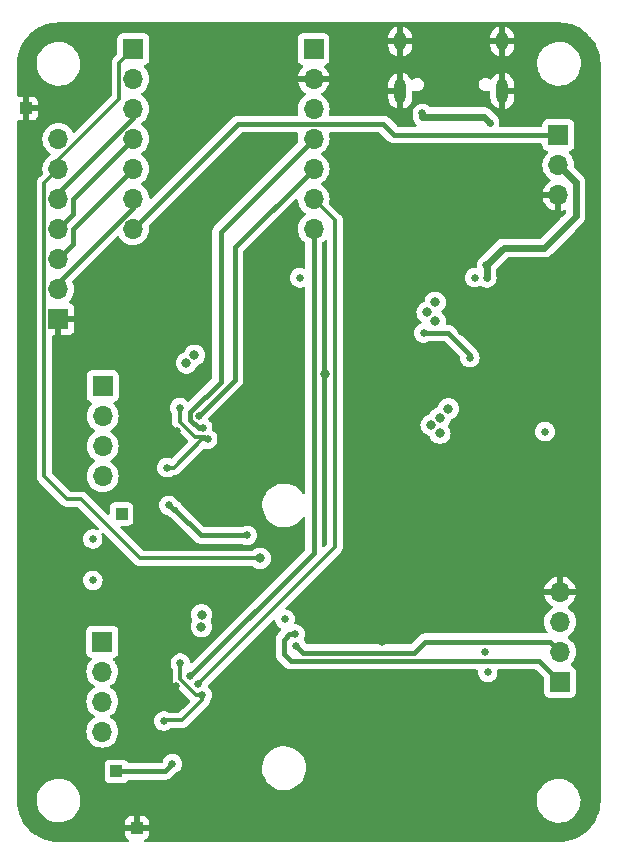
<source format=gbl>
%TF.GenerationSoftware,KiCad,Pcbnew,7.0.10-7.0.10~ubuntu22.04.1*%
%TF.CreationDate,2024-02-19T22:46:55+08:00*%
%TF.ProjectId,motor-controller-pcb,6d6f746f-722d-4636-9f6e-74726f6c6c65,2.1b1*%
%TF.SameCoordinates,Original*%
%TF.FileFunction,Copper,L4,Bot*%
%TF.FilePolarity,Positive*%
%FSLAX46Y46*%
G04 Gerber Fmt 4.6, Leading zero omitted, Abs format (unit mm)*
G04 Created by KiCad (PCBNEW 7.0.10-7.0.10~ubuntu22.04.1) date 2024-02-19 22:46:55*
%MOMM*%
%LPD*%
G01*
G04 APERTURE LIST*
%TA.AperFunction,ComponentPad*%
%ADD10R,1.000000X1.000000*%
%TD*%
%TA.AperFunction,ComponentPad*%
%ADD11R,1.700000X1.700000*%
%TD*%
%TA.AperFunction,ComponentPad*%
%ADD12O,1.700000X1.700000*%
%TD*%
%TA.AperFunction,ComponentPad*%
%ADD13O,1.000000X2.100000*%
%TD*%
%TA.AperFunction,ComponentPad*%
%ADD14O,1.000000X1.600000*%
%TD*%
%TA.AperFunction,ViaPad*%
%ADD15C,0.650000*%
%TD*%
%TA.AperFunction,ViaPad*%
%ADD16C,0.800000*%
%TD*%
%TA.AperFunction,Conductor*%
%ADD17C,0.400000*%
%TD*%
%TA.AperFunction,Conductor*%
%ADD18C,0.300000*%
%TD*%
%TA.AperFunction,Conductor*%
%ADD19C,0.600000*%
%TD*%
G04 APERTURE END LIST*
D10*
%TO.P,TP4,1,1*%
%TO.N,Net-(JP4-C)*%
X112850000Y-123300000D03*
%TD*%
%TO.P,TP2,1,1*%
%TO.N,GND*%
X105180000Y-67160000D03*
%TD*%
%TO.P,TP1,1,1*%
%TO.N,Net-(JP3-C)*%
X113280000Y-101480000D03*
%TD*%
D11*
%TO.P,J5,1,Pin_1*%
%TO.N,/A6*%
X150270000Y-69420000D03*
D12*
%TO.P,J5,2,Pin_2*%
%TO.N,+5VA*%
X150270000Y-71960000D03*
%TO.P,J5,3,Pin_3*%
%TO.N,GND*%
X150270000Y-74500000D03*
%TD*%
D10*
%TO.P,TP3,1,1*%
%TO.N,GND*%
X114580000Y-128080000D03*
%TD*%
D13*
%TO.P,J1,S1,SHIELD*%
%TO.N,GND*%
X145520000Y-65670000D03*
D14*
X145520000Y-61490000D03*
D13*
X136880000Y-65670000D03*
D14*
X136880000Y-61490000D03*
%TD*%
D11*
%TO.P,J2,1,Pin_1*%
%TO.N,/SDA*%
X150420000Y-115710000D03*
D12*
%TO.P,J2,2,Pin_2*%
%TO.N,/SCL*%
X150420000Y-113170000D03*
%TO.P,J2,3,Pin_3*%
%TO.N,+3V3*%
X150420000Y-110630000D03*
%TO.P,J2,4,Pin_4*%
%TO.N,GND*%
X150420000Y-108090000D03*
%TD*%
D11*
%TO.P,U4,0,DAC*%
%TO.N,/DAC*%
X114290000Y-62120000D03*
D12*
%TO.P,U4,1,A/D1*%
%TO.N,/ENABLE*%
X114290000Y-64660000D03*
%TO.P,U4,2,A/D2*%
%TO.N,/A2*%
X114290000Y-67200000D03*
%TO.P,U4,3,A/D3*%
%TO.N,/A3*%
X114290000Y-69740000D03*
%TO.P,U4,3V3,3V3*%
%TO.N,+3V3*%
X129540000Y-67200000D03*
%TO.P,U4,4,SDA*%
%TO.N,/SDA*%
X114290000Y-72280000D03*
%TO.P,U4,5,SCL*%
%TO.N,/SCL*%
X114290000Y-74820000D03*
D11*
%TO.P,U4,5V,5V*%
%TO.N,+5V*%
X129540000Y-62120000D03*
D12*
%TO.P,U4,6,TX*%
%TO.N,/A6*%
X114250000Y-77370000D03*
%TO.P,U4,7,RX*%
%TO.N,/A7*%
X129540000Y-77360000D03*
%TO.P,U4,8,SCK*%
%TO.N,/A8*%
X129540000Y-74820000D03*
%TO.P,U4,9,MISO*%
%TO.N,/A9*%
X129540000Y-72280000D03*
%TO.P,U4,10,MOSI*%
%TO.N,/A10*%
X129540000Y-69740000D03*
%TO.P,U4,GND,GND*%
%TO.N,GND*%
X129540000Y-64660000D03*
%TD*%
D11*
%TO.P,J6,1,Pin_1*%
%TO.N,GND*%
X107940000Y-85010000D03*
D12*
%TO.P,J6,2,Pin_2*%
%TO.N,/SCL*%
X107940000Y-82470000D03*
%TO.P,J6,3,Pin_3*%
%TO.N,/SDA*%
X107940000Y-79930000D03*
%TO.P,J6,4,Pin_4*%
%TO.N,/A3*%
X107940000Y-77390000D03*
%TO.P,J6,5,Pin_5*%
%TO.N,/A2*%
X107940000Y-74850000D03*
%TO.P,J6,6,Pin_6*%
%TO.N,/DAC*%
X107940000Y-72310000D03*
%TO.P,J6,7,Pin_7*%
%TO.N,+5VA*%
X107940000Y-69770000D03*
%TD*%
D11*
%TO.P,J4,1,Pin_1*%
%TO.N,M1A1*%
X111690000Y-90680000D03*
D12*
%TO.P,J4,2,Pin_2*%
%TO.N,M1A2*%
X111690000Y-93220000D03*
%TO.P,J4,3,Pin_3*%
%TO.N,M1B2*%
X111690000Y-95760000D03*
%TO.P,J4,4,Pin_4*%
%TO.N,M1B1*%
X111690000Y-98300000D03*
%TD*%
D11*
%TO.P,J8,1,Pin_1*%
%TO.N,M2A1*%
X111655000Y-112310000D03*
D12*
%TO.P,J8,2,Pin_2*%
%TO.N,M2A2*%
X111655000Y-114850000D03*
%TO.P,J8,3,Pin_3*%
%TO.N,M2B2*%
X111655000Y-117390000D03*
%TO.P,J8,4,Pin_4*%
%TO.N,M2B1*%
X111655000Y-119930000D03*
%TD*%
D15*
%TO.N,Vref1*%
X117290000Y-100770000D03*
X123940000Y-103310000D03*
%TO.N,/SDA*%
X128010000Y-111680000D03*
%TO.N,/SCL*%
X128080000Y-112700000D03*
%TO.N,+3V3*%
X127130000Y-110430000D03*
%TO.N,Net-(JP4-C)*%
X117591224Y-122650000D03*
D16*
%TO.N,GND*%
X138680000Y-105330000D03*
X135340000Y-112230000D03*
%TO.N,/DAC*%
X125010000Y-105260000D03*
%TO.N,GND*%
X144030000Y-89040000D03*
X146100000Y-72300000D03*
D15*
X114930000Y-120650000D03*
X117980000Y-94500000D03*
D16*
X144690000Y-95380000D03*
X127010000Y-80160000D03*
X144600000Y-94330000D03*
D15*
X118130000Y-95490000D03*
D16*
X147160000Y-109610000D03*
X132620000Y-80100000D03*
X116560000Y-78410000D03*
X114610000Y-110140000D03*
D15*
X105470000Y-105810000D03*
D16*
X149780000Y-86970000D03*
X111045000Y-105300000D03*
X116810000Y-88510000D03*
X120830000Y-76350000D03*
X117420000Y-107080000D03*
X152010000Y-127680000D03*
X120550000Y-79830000D03*
X118960000Y-61560000D03*
X142390000Y-73830000D03*
D15*
X116990000Y-95510000D03*
D16*
X138230000Y-82540000D03*
X114620000Y-111060000D03*
X124270000Y-86620000D03*
X134160000Y-89570000D03*
X106040000Y-116410000D03*
X134630000Y-93760000D03*
X133030000Y-100000000D03*
D15*
X121230000Y-118840000D03*
D16*
X118220000Y-82810000D03*
X124980000Y-91590000D03*
X144470000Y-96310000D03*
X146080000Y-97000000D03*
X132890000Y-83120000D03*
X115060000Y-89390000D03*
D15*
X114890000Y-124750000D03*
D16*
X152010000Y-61560000D03*
D15*
X117090000Y-94480000D03*
X116740000Y-117160000D03*
D16*
X117680000Y-85160000D03*
X142880000Y-86570000D03*
X116780000Y-72070000D03*
D15*
X117860000Y-116040000D03*
X120780000Y-119860000D03*
D16*
X115260000Y-91370000D03*
X106240000Y-127580000D03*
X135250000Y-65480000D03*
X144170000Y-87760000D03*
D15*
X116840000Y-116120000D03*
D16*
X149810000Y-85170000D03*
X115220000Y-99360000D03*
X136810000Y-115570000D03*
X123580000Y-108810000D03*
X148370000Y-106580000D03*
X146490000Y-68240000D03*
D15*
X140410000Y-90610000D03*
D16*
X132570000Y-94910000D03*
X128120000Y-83330000D03*
X124060000Y-79600000D03*
X136610000Y-71370000D03*
D15*
X141000000Y-91160000D03*
X139360000Y-88100000D03*
X151750000Y-98810000D03*
D16*
X128200000Y-87460000D03*
X110940000Y-81080000D03*
X128400000Y-98610000D03*
X117080000Y-103230000D03*
X142150000Y-86020000D03*
X130500000Y-89640000D03*
D15*
X117880000Y-117160000D03*
D16*
X141880000Y-99510000D03*
D15*
X140510000Y-88360000D03*
D16*
X121730000Y-98520000D03*
X118010000Y-80100000D03*
X125290000Y-112090000D03*
X113660000Y-98630000D03*
X105490000Y-94670000D03*
X139040000Y-78010000D03*
X117400000Y-110280000D03*
X115080000Y-88430000D03*
X110180000Y-67460000D03*
D15*
X141240000Y-88360000D03*
D16*
X117060000Y-76270000D03*
X118830000Y-74670000D03*
X141010000Y-61520000D03*
X149800000Y-81150000D03*
X142950000Y-84370000D03*
X106290000Y-61520000D03*
X124840000Y-61560000D03*
D15*
%TO.N,DVDD1*%
X120570000Y-95170000D03*
X117135000Y-97568388D03*
X118211335Y-92494998D03*
D16*
%TO.N,VMEM*%
X120050000Y-111050000D03*
X139500000Y-93960000D03*
X140250000Y-93350000D03*
D15*
X110835000Y-103610000D03*
D16*
X119450000Y-88060000D03*
X140950000Y-92590000D03*
X140230000Y-94670000D03*
X118780000Y-88710000D03*
X120070000Y-110030000D03*
D15*
%TO.N,VBUS*%
X138760000Y-67590000D03*
X144450000Y-68380000D03*
%TO.N,+5VA*%
X143170000Y-81480000D03*
D16*
X139160000Y-84420000D03*
X139830000Y-83580000D03*
D15*
X144210000Y-81500000D03*
D16*
X139830000Y-85150000D03*
D15*
X144180000Y-80430000D03*
X128390000Y-81500000D03*
%TO.N,DVDD2*%
X116850000Y-119030000D03*
X118270000Y-114120000D03*
X120110000Y-116840000D03*
%TO.N,+3V3*%
X144275000Y-114910000D03*
X144045000Y-113220000D03*
X110845000Y-107120000D03*
X149140000Y-94520000D03*
%TO.N,Net-(U3-OC)*%
X142770000Y-88270000D03*
X138850000Y-86175000D03*
%TO.N,/A10*%
X120150000Y-94230000D03*
%TO.N,/A9*%
X119810000Y-93210000D03*
%TO.N,/A8*%
X119770000Y-115900000D03*
%TO.N,/A7*%
X119077298Y-115257298D03*
%TD*%
D17*
%TO.N,Vref1*%
X117790000Y-101130000D02*
X117750000Y-101130000D01*
X117750000Y-101130000D02*
X117330000Y-100710000D01*
D18*
%TO.N,/DAC*%
X125010000Y-105260000D02*
X114850000Y-105260000D01*
X114850000Y-105260000D02*
X109840000Y-100250000D01*
X109840000Y-100250000D02*
X108700000Y-100250000D01*
X108700000Y-100250000D02*
X106740000Y-98290000D01*
X106740000Y-98290000D02*
X106740000Y-73510000D01*
X106740000Y-73510000D02*
X107940000Y-72310000D01*
D17*
%TO.N,Vref1*%
X117790000Y-101130000D02*
X117790000Y-101100000D01*
X119970000Y-103310000D02*
X117790000Y-101130000D01*
X123940000Y-103310000D02*
X119970000Y-103310000D01*
%TO.N,/SDA*%
X127100000Y-112060000D02*
X127480000Y-111680000D01*
X127600000Y-113950000D02*
X127030000Y-113380000D01*
X148660000Y-113950000D02*
X127600000Y-113950000D01*
X150420000Y-115710000D02*
X148660000Y-113950000D01*
X127480000Y-111680000D02*
X128010000Y-111680000D01*
X127030000Y-113380000D02*
X127030000Y-112130000D01*
X127030000Y-112130000D02*
X127100000Y-112060000D01*
%TO.N,/SCL*%
X128610000Y-113230000D02*
X128080000Y-112700000D01*
X138030000Y-113230000D02*
X128610000Y-113230000D01*
X150420000Y-113170000D02*
X149570000Y-112320000D01*
X149570000Y-112320000D02*
X138940000Y-112320000D01*
X138940000Y-112320000D02*
X138030000Y-113230000D01*
%TO.N,Net-(JP4-C)*%
X116941224Y-123300000D02*
X117591224Y-122650000D01*
X112850000Y-123300000D02*
X116941224Y-123300000D01*
D18*
%TO.N,DVDD1*%
X120570000Y-95170000D02*
X120109339Y-95170000D01*
X120350000Y-94950000D02*
X119480000Y-94950000D01*
X117710951Y-97568388D02*
X117135000Y-97568388D01*
X120109339Y-95170000D02*
X117710951Y-97568388D01*
X119480000Y-94950000D02*
X118211335Y-93681335D01*
X118211335Y-93681335D02*
X118211335Y-92494998D01*
X120570000Y-95170000D02*
X120350000Y-94950000D01*
D19*
%TO.N,VBUS*%
X143940000Y-67870000D02*
X144450000Y-68380000D01*
X138750000Y-67870000D02*
X143940000Y-67870000D01*
%TO.N,+5VA*%
X144210000Y-80460000D02*
X144180000Y-80430000D01*
X151060000Y-76980000D02*
X149060000Y-78980000D01*
X144180000Y-80430000D02*
X145630000Y-78980000D01*
X151060000Y-76980000D02*
X151060000Y-76970000D01*
X145630000Y-78980000D02*
X149060000Y-78980000D01*
X151730000Y-76300000D02*
X151730000Y-73420000D01*
X144210000Y-81500000D02*
X144210000Y-80460000D01*
X151060000Y-76970000D02*
X151730000Y-76300000D01*
X151730000Y-73420000D02*
X150270000Y-71960000D01*
D18*
%TO.N,DVDD2*%
X118260660Y-115486065D02*
X118260660Y-114124598D01*
X120110000Y-116840000D02*
X120110000Y-117260000D01*
X118860000Y-118510000D02*
X118387010Y-118982990D01*
X118387010Y-118982990D02*
X116875520Y-118982990D01*
X120110000Y-117260000D02*
X118860000Y-118510000D01*
X120110000Y-116840000D02*
X119614595Y-116840000D01*
X119614595Y-116840000D02*
X118260660Y-115486065D01*
D17*
%TO.N,/SDA*%
X107940000Y-79930000D02*
X109190000Y-78680000D01*
X109190000Y-77380000D02*
X114290000Y-72280000D01*
X109190000Y-78680000D02*
X109190000Y-77380000D01*
%TO.N,/SCL*%
X107940000Y-81912233D02*
X114290000Y-75562233D01*
X107940000Y-82470000D02*
X107940000Y-81912233D01*
X114290000Y-75562233D02*
X114290000Y-74820000D01*
%TO.N,/A3*%
X109190000Y-76140000D02*
X109190000Y-74840000D01*
X107940000Y-77390000D02*
X109190000Y-76140000D01*
X109190000Y-74840000D02*
X114290000Y-69740000D01*
%TO.N,/A2*%
X114290000Y-67972233D02*
X114290000Y-67200000D01*
X107940000Y-74850000D02*
X107940000Y-74322233D01*
X107940000Y-74322233D02*
X114290000Y-67972233D01*
D18*
%TO.N,/DAC*%
X107940000Y-71490000D02*
X113090000Y-66340000D01*
X113090000Y-66340000D02*
X113090000Y-63320000D01*
X113090000Y-63320000D02*
X114290000Y-62120000D01*
X107940000Y-72310000D02*
X107940000Y-71490000D01*
D17*
%TO.N,/A6*%
X135460000Y-68490000D02*
X136390000Y-69420000D01*
X123130000Y-68490000D02*
X135460000Y-68490000D01*
X136390000Y-69420000D02*
X150270000Y-69420000D01*
X114250000Y-77370000D02*
X123130000Y-68490000D01*
%TO.N,Net-(U3-OC)*%
X138850000Y-86175000D02*
X140915000Y-86175000D01*
X142770000Y-88030000D02*
X142770000Y-88270000D01*
X140915000Y-86175000D02*
X142770000Y-88030000D01*
%TO.N,/A10*%
X119804695Y-94230000D02*
X119085000Y-93510305D01*
X120150000Y-94230000D02*
X119804695Y-94230000D01*
X121675000Y-90305000D02*
X121675000Y-77605000D01*
X119085000Y-92895000D02*
X119100000Y-92880000D01*
X119085000Y-93510305D02*
X119085000Y-92895000D01*
X121675000Y-77605000D02*
X129540000Y-69740000D01*
X119100000Y-92880000D02*
X121675000Y-90305000D01*
%TO.N,/A9*%
X119830000Y-93210000D02*
X122890000Y-90150000D01*
X119810000Y-93210000D02*
X119830000Y-93210000D01*
X122890000Y-78930000D02*
X129540000Y-72280000D01*
X122890000Y-90150000D02*
X122890000Y-78930000D01*
D18*
%TO.N,/A8*%
X131360000Y-104310000D02*
X131360000Y-76640000D01*
X131360000Y-76640000D02*
X129540000Y-74820000D01*
X119770000Y-115900000D02*
X131360000Y-104310000D01*
D17*
%TO.N,/A7*%
X129540000Y-77360000D02*
X129540000Y-104794596D01*
X129540000Y-104794596D02*
X119077298Y-115257298D01*
%TD*%
%TA.AperFunction,Conductor*%
%TO.N,GND*%
G36*
X130628834Y-78283577D02*
G01*
X130684767Y-78325449D01*
X130709184Y-78390913D01*
X130709500Y-78399759D01*
X130709500Y-103989192D01*
X130689815Y-104056231D01*
X130673181Y-104076873D01*
X130452181Y-104297873D01*
X130390858Y-104331358D01*
X130321166Y-104326374D01*
X130265233Y-104284502D01*
X130240816Y-104219038D01*
X130240500Y-104210192D01*
X130240500Y-78582711D01*
X130260185Y-78515672D01*
X130293377Y-78481136D01*
X130337918Y-78449948D01*
X130411401Y-78398495D01*
X130418983Y-78390913D01*
X130497819Y-78312078D01*
X130559142Y-78278593D01*
X130628834Y-78283577D01*
G37*
%TD.AperFunction*%
%TA.AperFunction,Conductor*%
G36*
X150331032Y-59875648D02*
G01*
X150665909Y-59892100D01*
X150678018Y-59893293D01*
X151006642Y-59942040D01*
X151018576Y-59944414D01*
X151179293Y-59984671D01*
X151340858Y-60025141D01*
X151352486Y-60028669D01*
X151665290Y-60140591D01*
X151676519Y-60145242D01*
X151976877Y-60287300D01*
X151987585Y-60293024D01*
X152268618Y-60461469D01*
X152272544Y-60463822D01*
X152282662Y-60470582D01*
X152549514Y-60668494D01*
X152558920Y-60676214D01*
X152805084Y-60899324D01*
X152813675Y-60907915D01*
X152969417Y-61079750D01*
X153036785Y-61154079D01*
X153044505Y-61163485D01*
X153242417Y-61430337D01*
X153249177Y-61440455D01*
X153418473Y-61722909D01*
X153419968Y-61725402D01*
X153425703Y-61736130D01*
X153440283Y-61766957D01*
X153567754Y-62036473D01*
X153572410Y-62047716D01*
X153684327Y-62360503D01*
X153687860Y-62372148D01*
X153768585Y-62694423D01*
X153770959Y-62706357D01*
X153819706Y-63034981D01*
X153820899Y-63047091D01*
X153837351Y-63381966D01*
X153837500Y-63388051D01*
X153837500Y-125761948D01*
X153837351Y-125768033D01*
X153820899Y-126102908D01*
X153819706Y-126115018D01*
X153770959Y-126443642D01*
X153768585Y-126455576D01*
X153687860Y-126777851D01*
X153684327Y-126789496D01*
X153572410Y-127102283D01*
X153567754Y-127113526D01*
X153425705Y-127413865D01*
X153419968Y-127424597D01*
X153249177Y-127709544D01*
X153242417Y-127719662D01*
X153044505Y-127986514D01*
X153036785Y-127995920D01*
X152813682Y-128242077D01*
X152805077Y-128250682D01*
X152558920Y-128473785D01*
X152549514Y-128481505D01*
X152282662Y-128679417D01*
X152272544Y-128686177D01*
X151987597Y-128856968D01*
X151976865Y-128862705D01*
X151676526Y-129004754D01*
X151665283Y-129009410D01*
X151352496Y-129121327D01*
X151340851Y-129124860D01*
X151018576Y-129205585D01*
X151006642Y-129207959D01*
X150678018Y-129256706D01*
X150665908Y-129257899D01*
X150349645Y-129273436D01*
X150331032Y-129274351D01*
X150324949Y-129274500D01*
X115336025Y-129274500D01*
X115268986Y-129254815D01*
X115223231Y-129202011D01*
X115213287Y-129132853D01*
X115242312Y-129069297D01*
X115292691Y-129034318D01*
X115322088Y-129023353D01*
X115322093Y-129023350D01*
X115437187Y-128937190D01*
X115437190Y-128937187D01*
X115523350Y-128822093D01*
X115523354Y-128822086D01*
X115573596Y-128687379D01*
X115573598Y-128687372D01*
X115579999Y-128627844D01*
X115580000Y-128627827D01*
X115580000Y-128330000D01*
X114604624Y-128330000D01*
X114677545Y-128315495D01*
X114760240Y-128260240D01*
X114815495Y-128177545D01*
X114834898Y-128080000D01*
X114815495Y-127982455D01*
X114760240Y-127899760D01*
X114677545Y-127844505D01*
X114604624Y-127830000D01*
X114555376Y-127830000D01*
X114482455Y-127844505D01*
X114399760Y-127899760D01*
X114344505Y-127982455D01*
X114325102Y-128080000D01*
X114344505Y-128177545D01*
X114399760Y-128260240D01*
X114482455Y-128315495D01*
X114555376Y-128330000D01*
X113580000Y-128330000D01*
X113580000Y-128627844D01*
X113586401Y-128687372D01*
X113586403Y-128687379D01*
X113636645Y-128822086D01*
X113636649Y-128822093D01*
X113722809Y-128937187D01*
X113722812Y-128937190D01*
X113837906Y-129023350D01*
X113837911Y-129023353D01*
X113867309Y-129034318D01*
X113923242Y-129076190D01*
X113947659Y-129141654D01*
X113932807Y-129209927D01*
X113883402Y-129259332D01*
X113823975Y-129274500D01*
X107951051Y-129274500D01*
X107944967Y-129274351D01*
X107925259Y-129273382D01*
X107610091Y-129257899D01*
X107597981Y-129256706D01*
X107269357Y-129207959D01*
X107257423Y-129205585D01*
X106935148Y-129124860D01*
X106923503Y-129121327D01*
X106610716Y-129009410D01*
X106599473Y-129004754D01*
X106299134Y-128862705D01*
X106288407Y-128856970D01*
X106003455Y-128686177D01*
X105993337Y-128679417D01*
X105726485Y-128481505D01*
X105717079Y-128473785D01*
X105628812Y-128393785D01*
X105470915Y-128250675D01*
X105462324Y-128242084D01*
X105239214Y-127995920D01*
X105231494Y-127986514D01*
X105167153Y-127899760D01*
X105115415Y-127830000D01*
X113580000Y-127830000D01*
X114330000Y-127830000D01*
X114330000Y-127080000D01*
X114830000Y-127080000D01*
X114830000Y-127830000D01*
X115580000Y-127830000D01*
X115580000Y-127532172D01*
X115579999Y-127532155D01*
X115573598Y-127472627D01*
X115573596Y-127472620D01*
X115523354Y-127337913D01*
X115523350Y-127337906D01*
X115437190Y-127222812D01*
X115437187Y-127222809D01*
X115322093Y-127136649D01*
X115322086Y-127136645D01*
X115187379Y-127086403D01*
X115187372Y-127086401D01*
X115127844Y-127080000D01*
X114830000Y-127080000D01*
X114330000Y-127080000D01*
X114032155Y-127080000D01*
X113972627Y-127086401D01*
X113972620Y-127086403D01*
X113837913Y-127136645D01*
X113837906Y-127136649D01*
X113722812Y-127222809D01*
X113722809Y-127222812D01*
X113636649Y-127337906D01*
X113636645Y-127337913D01*
X113586403Y-127472620D01*
X113586401Y-127472627D01*
X113580000Y-127532155D01*
X113580000Y-127830000D01*
X105115415Y-127830000D01*
X105033580Y-127719659D01*
X105026822Y-127709544D01*
X104979445Y-127630500D01*
X104856024Y-127424585D01*
X104850300Y-127413877D01*
X104708242Y-127113519D01*
X104703589Y-127102283D01*
X104697907Y-127086403D01*
X104591669Y-126789486D01*
X104588139Y-126777851D01*
X104575296Y-126726580D01*
X104514953Y-126485675D01*
X104507414Y-126455576D01*
X104505040Y-126443642D01*
X104456293Y-126115018D01*
X104455100Y-126102907D01*
X104454810Y-126097013D01*
X104441583Y-125827763D01*
X106095787Y-125827763D01*
X106125413Y-126097013D01*
X106125415Y-126097024D01*
X106193926Y-126359082D01*
X106193928Y-126359088D01*
X106299870Y-126608390D01*
X106410398Y-126789496D01*
X106440979Y-126839605D01*
X106440986Y-126839615D01*
X106614253Y-127047819D01*
X106614259Y-127047824D01*
X106681451Y-127108028D01*
X106815998Y-127228582D01*
X107041910Y-127378044D01*
X107287176Y-127493020D01*
X107287183Y-127493022D01*
X107287185Y-127493023D01*
X107546557Y-127571057D01*
X107546564Y-127571058D01*
X107546569Y-127571060D01*
X107814561Y-127610500D01*
X107814566Y-127610500D01*
X108017629Y-127610500D01*
X108017631Y-127610500D01*
X108017636Y-127610499D01*
X108017648Y-127610499D01*
X108055191Y-127607750D01*
X108220156Y-127595677D01*
X108332758Y-127570593D01*
X108484546Y-127536782D01*
X108484548Y-127536781D01*
X108484553Y-127536780D01*
X108737558Y-127440014D01*
X108973777Y-127307441D01*
X109188177Y-127141888D01*
X109376186Y-126946881D01*
X109533799Y-126726579D01*
X109647366Y-126505690D01*
X109657649Y-126485690D01*
X109657651Y-126485684D01*
X109657656Y-126485675D01*
X109745118Y-126229305D01*
X109794319Y-125962933D01*
X109798528Y-125847763D01*
X148435787Y-125847763D01*
X148465413Y-126117013D01*
X148465415Y-126117024D01*
X148528699Y-126359088D01*
X148533928Y-126379088D01*
X148639870Y-126628390D01*
X148699792Y-126726575D01*
X148780979Y-126859605D01*
X148780986Y-126859615D01*
X148954253Y-127067819D01*
X148954259Y-127067824D01*
X149031073Y-127136649D01*
X149155998Y-127248582D01*
X149381910Y-127398044D01*
X149627176Y-127513020D01*
X149627183Y-127513022D01*
X149627185Y-127513023D01*
X149886557Y-127591057D01*
X149886564Y-127591058D01*
X149886569Y-127591060D01*
X150154561Y-127630500D01*
X150154566Y-127630500D01*
X150357629Y-127630500D01*
X150357631Y-127630500D01*
X150357636Y-127630499D01*
X150357648Y-127630499D01*
X150395191Y-127627750D01*
X150560156Y-127615677D01*
X150672758Y-127590593D01*
X150824546Y-127556782D01*
X150824548Y-127556781D01*
X150824553Y-127556780D01*
X151077558Y-127460014D01*
X151313777Y-127327441D01*
X151528177Y-127161888D01*
X151716186Y-126966881D01*
X151873799Y-126746579D01*
X151947787Y-126602669D01*
X151997649Y-126505690D01*
X151997651Y-126505684D01*
X151997656Y-126505675D01*
X152085118Y-126249305D01*
X152134319Y-125982933D01*
X152144212Y-125712235D01*
X152114586Y-125442982D01*
X152046072Y-125180912D01*
X151940130Y-124931610D01*
X151799018Y-124700390D01*
X151782369Y-124680384D01*
X151625746Y-124492180D01*
X151625740Y-124492175D01*
X151424002Y-124311418D01*
X151198092Y-124161957D01*
X151188685Y-124157547D01*
X150952824Y-124046980D01*
X150952819Y-124046978D01*
X150952814Y-124046976D01*
X150693442Y-123968942D01*
X150693428Y-123968939D01*
X150577791Y-123951921D01*
X150425439Y-123929500D01*
X150222369Y-123929500D01*
X150222351Y-123929500D01*
X150019844Y-123944323D01*
X150019831Y-123944325D01*
X149755453Y-124003217D01*
X149755446Y-124003220D01*
X149502439Y-124099987D01*
X149266226Y-124232557D01*
X149266224Y-124232558D01*
X149266223Y-124232559D01*
X149203893Y-124280688D01*
X149051822Y-124398112D01*
X148863822Y-124593109D01*
X148863816Y-124593116D01*
X148706202Y-124813419D01*
X148706199Y-124813424D01*
X148582350Y-125054309D01*
X148582343Y-125054327D01*
X148494884Y-125310685D01*
X148494881Y-125310699D01*
X148445681Y-125577068D01*
X148445680Y-125577075D01*
X148435787Y-125847763D01*
X109798528Y-125847763D01*
X109804212Y-125692235D01*
X109774586Y-125422982D01*
X109706072Y-125160912D01*
X109600130Y-124911610D01*
X109459018Y-124680390D01*
X109386391Y-124593119D01*
X109285746Y-124472180D01*
X109285740Y-124472175D01*
X109084002Y-124291418D01*
X108858092Y-124141957D01*
X108858090Y-124141956D01*
X108612824Y-124026980D01*
X108612819Y-124026978D01*
X108612814Y-124026976D01*
X108353442Y-123948942D01*
X108353428Y-123948939D01*
X108237791Y-123931921D01*
X108085439Y-123909500D01*
X107882369Y-123909500D01*
X107882351Y-123909500D01*
X107679844Y-123924323D01*
X107679831Y-123924325D01*
X107415453Y-123983217D01*
X107415446Y-123983220D01*
X107162439Y-124079987D01*
X106926226Y-124212557D01*
X106926224Y-124212558D01*
X106926223Y-124212559D01*
X106885768Y-124243797D01*
X106711822Y-124378112D01*
X106523822Y-124573109D01*
X106523816Y-124573116D01*
X106366202Y-124793419D01*
X106366199Y-124793424D01*
X106242350Y-125034309D01*
X106242343Y-125034327D01*
X106154884Y-125290685D01*
X106154881Y-125290699D01*
X106105681Y-125557068D01*
X106105680Y-125557075D01*
X106095787Y-125827763D01*
X104441583Y-125827763D01*
X104438649Y-125768032D01*
X104438500Y-125761948D01*
X104438500Y-123847870D01*
X111849500Y-123847870D01*
X111849501Y-123847876D01*
X111855908Y-123907483D01*
X111906202Y-124042328D01*
X111906206Y-124042335D01*
X111992452Y-124157544D01*
X111992455Y-124157547D01*
X112107664Y-124243793D01*
X112107671Y-124243797D01*
X112242517Y-124294091D01*
X112242516Y-124294091D01*
X112249444Y-124294835D01*
X112302127Y-124300500D01*
X113397872Y-124300499D01*
X113457483Y-124294091D01*
X113592331Y-124243796D01*
X113707546Y-124157546D01*
X113787914Y-124050188D01*
X113843847Y-124008318D01*
X113887180Y-124000500D01*
X116916303Y-124000500D01*
X116923790Y-124000725D01*
X116983830Y-124004358D01*
X117043006Y-123993513D01*
X117050409Y-123992387D01*
X117054145Y-123991933D01*
X117110096Y-123985140D01*
X117119559Y-123981550D01*
X117141185Y-123975522D01*
X117142117Y-123975351D01*
X117151156Y-123973695D01*
X117206032Y-123948996D01*
X117212902Y-123946150D01*
X117269154Y-123924818D01*
X117277490Y-123919062D01*
X117297045Y-123908034D01*
X117306281Y-123903878D01*
X117353637Y-123866775D01*
X117359628Y-123862366D01*
X117409153Y-123828183D01*
X117449046Y-123783151D01*
X117454148Y-123777731D01*
X117751569Y-123480310D01*
X117812890Y-123446827D01*
X117813249Y-123446749D01*
X117847723Y-123439422D01*
X118006248Y-123368842D01*
X118146634Y-123266845D01*
X118262746Y-123137889D01*
X118291687Y-123087763D01*
X125185787Y-123087763D01*
X125215413Y-123357013D01*
X125215415Y-123357024D01*
X125283926Y-123619082D01*
X125283928Y-123619088D01*
X125389870Y-123868390D01*
X125498860Y-124046976D01*
X125530979Y-124099605D01*
X125530986Y-124099615D01*
X125704253Y-124307819D01*
X125704259Y-124307824D01*
X125782706Y-124378112D01*
X125905998Y-124488582D01*
X126131910Y-124638044D01*
X126377176Y-124753020D01*
X126377183Y-124753022D01*
X126377185Y-124753023D01*
X126636557Y-124831057D01*
X126636564Y-124831058D01*
X126636569Y-124831060D01*
X126904561Y-124870500D01*
X126904566Y-124870500D01*
X127107629Y-124870500D01*
X127107631Y-124870500D01*
X127107636Y-124870499D01*
X127107648Y-124870499D01*
X127145191Y-124867750D01*
X127310156Y-124855677D01*
X127422758Y-124830593D01*
X127574546Y-124796782D01*
X127574548Y-124796781D01*
X127574553Y-124796780D01*
X127827558Y-124700014D01*
X128063777Y-124567441D01*
X128278177Y-124401888D01*
X128466186Y-124206881D01*
X128623799Y-123986579D01*
X128731184Y-123777714D01*
X128747649Y-123745690D01*
X128747651Y-123745684D01*
X128747656Y-123745675D01*
X128835118Y-123489305D01*
X128884319Y-123222933D01*
X128894212Y-122952235D01*
X128864586Y-122682982D01*
X128796072Y-122420912D01*
X128690130Y-122171610D01*
X128549018Y-121940390D01*
X128482599Y-121860579D01*
X128375746Y-121732180D01*
X128375740Y-121732175D01*
X128174002Y-121551418D01*
X127948092Y-121401957D01*
X127948090Y-121401956D01*
X127702824Y-121286980D01*
X127702819Y-121286978D01*
X127702814Y-121286976D01*
X127443442Y-121208942D01*
X127443428Y-121208939D01*
X127327791Y-121191921D01*
X127175439Y-121169500D01*
X126972369Y-121169500D01*
X126972351Y-121169500D01*
X126769844Y-121184323D01*
X126769831Y-121184325D01*
X126505453Y-121243217D01*
X126505446Y-121243220D01*
X126252439Y-121339987D01*
X126016226Y-121472557D01*
X125801822Y-121638112D01*
X125613822Y-121833109D01*
X125613816Y-121833116D01*
X125456202Y-122053419D01*
X125456199Y-122053424D01*
X125332350Y-122294309D01*
X125332343Y-122294327D01*
X125244884Y-122550685D01*
X125244881Y-122550699D01*
X125220449Y-122682975D01*
X125207675Y-122752135D01*
X125195681Y-122817068D01*
X125195680Y-122817075D01*
X125185787Y-123087763D01*
X118291687Y-123087763D01*
X118349510Y-122987611D01*
X118403132Y-122822576D01*
X118421271Y-122650000D01*
X118403132Y-122477424D01*
X118349510Y-122312389D01*
X118262746Y-122162111D01*
X118146634Y-122033155D01*
X118018955Y-121940390D01*
X118006247Y-121931157D01*
X117847728Y-121860579D01*
X117847722Y-121860577D01*
X117714065Y-121832168D01*
X117677988Y-121824500D01*
X117504460Y-121824500D01*
X117474707Y-121830824D01*
X117334725Y-121860577D01*
X117334720Y-121860579D01*
X117176201Y-121931157D01*
X117176196Y-121931160D01*
X117035815Y-122033153D01*
X117035813Y-122033155D01*
X116919701Y-122162112D01*
X116832937Y-122312390D01*
X116791486Y-122439965D01*
X116761237Y-122489327D01*
X116687386Y-122563180D01*
X116626064Y-122596666D01*
X116599704Y-122599500D01*
X113887180Y-122599500D01*
X113820141Y-122579815D01*
X113787913Y-122549811D01*
X113707546Y-122442454D01*
X113678770Y-122420912D01*
X113592335Y-122356206D01*
X113592328Y-122356202D01*
X113457482Y-122305908D01*
X113457483Y-122305908D01*
X113397883Y-122299501D01*
X113397881Y-122299500D01*
X113397873Y-122299500D01*
X113397864Y-122299500D01*
X112302129Y-122299500D01*
X112302123Y-122299501D01*
X112242516Y-122305908D01*
X112107671Y-122356202D01*
X112107664Y-122356206D01*
X111992455Y-122442452D01*
X111992452Y-122442455D01*
X111906206Y-122557664D01*
X111906202Y-122557671D01*
X111855908Y-122692517D01*
X111849501Y-122752116D01*
X111849500Y-122752135D01*
X111849500Y-123847870D01*
X104438500Y-123847870D01*
X104438500Y-119930000D01*
X110299341Y-119930000D01*
X110319936Y-120165403D01*
X110319938Y-120165413D01*
X110381094Y-120393655D01*
X110381096Y-120393659D01*
X110381097Y-120393663D01*
X110480965Y-120607830D01*
X110480967Y-120607834D01*
X110589281Y-120762521D01*
X110616505Y-120801401D01*
X110783599Y-120968495D01*
X110880384Y-121036265D01*
X110977165Y-121104032D01*
X110977167Y-121104033D01*
X110977170Y-121104035D01*
X111191337Y-121203903D01*
X111191343Y-121203904D01*
X111191344Y-121203905D01*
X111210143Y-121208942D01*
X111419592Y-121265063D01*
X111607918Y-121281539D01*
X111654999Y-121285659D01*
X111655000Y-121285659D01*
X111655001Y-121285659D01*
X111694234Y-121282226D01*
X111890408Y-121265063D01*
X112118663Y-121203903D01*
X112332830Y-121104035D01*
X112526401Y-120968495D01*
X112693495Y-120801401D01*
X112829035Y-120607830D01*
X112928903Y-120393663D01*
X112990063Y-120165408D01*
X113010659Y-119930000D01*
X112990063Y-119694592D01*
X112934190Y-119486067D01*
X112928905Y-119466344D01*
X112928904Y-119466343D01*
X112928903Y-119466337D01*
X112829035Y-119252171D01*
X112794311Y-119202579D01*
X112693494Y-119058597D01*
X112526402Y-118891506D01*
X112526396Y-118891501D01*
X112340842Y-118761575D01*
X112297217Y-118706998D01*
X112290023Y-118637500D01*
X112321546Y-118575145D01*
X112340842Y-118558425D01*
X112364141Y-118542111D01*
X112526401Y-118428495D01*
X112693495Y-118261401D01*
X112829035Y-118067830D01*
X112928903Y-117853663D01*
X112990063Y-117625408D01*
X113010659Y-117390000D01*
X112990063Y-117154592D01*
X112928903Y-116926337D01*
X112829035Y-116712171D01*
X112797745Y-116667483D01*
X112693494Y-116518597D01*
X112526402Y-116351506D01*
X112526396Y-116351501D01*
X112340842Y-116221575D01*
X112297217Y-116166998D01*
X112290023Y-116097500D01*
X112321546Y-116035145D01*
X112340842Y-116018425D01*
X112410847Y-115969407D01*
X112526401Y-115888495D01*
X112693495Y-115721401D01*
X112829035Y-115527830D01*
X112928903Y-115313663D01*
X112990063Y-115085408D01*
X113010659Y-114850000D01*
X112990063Y-114614592D01*
X112928903Y-114386337D01*
X112829035Y-114172171D01*
X112762243Y-114076782D01*
X112693496Y-113978600D01*
X112662316Y-113947420D01*
X112571567Y-113856671D01*
X112538084Y-113795351D01*
X112543068Y-113725659D01*
X112584939Y-113669725D01*
X112615915Y-113652810D01*
X112747331Y-113603796D01*
X112862546Y-113517546D01*
X112948796Y-113402331D01*
X112999091Y-113267483D01*
X113005500Y-113207873D01*
X113005499Y-111412128D01*
X112999091Y-111352517D01*
X112997743Y-111348904D01*
X112948797Y-111217671D01*
X112948793Y-111217664D01*
X112862547Y-111102455D01*
X112862544Y-111102452D01*
X112792478Y-111050000D01*
X119144540Y-111050000D01*
X119164326Y-111238256D01*
X119164327Y-111238259D01*
X119222818Y-111418277D01*
X119222821Y-111418284D01*
X119317467Y-111582216D01*
X119419182Y-111695182D01*
X119444129Y-111722888D01*
X119597265Y-111834148D01*
X119597270Y-111834151D01*
X119770192Y-111911142D01*
X119770197Y-111911144D01*
X119955354Y-111950500D01*
X119955355Y-111950500D01*
X120144644Y-111950500D01*
X120144646Y-111950500D01*
X120329803Y-111911144D01*
X120502730Y-111834151D01*
X120655871Y-111722888D01*
X120782533Y-111582216D01*
X120877179Y-111418284D01*
X120935674Y-111238256D01*
X120955460Y-111050000D01*
X120935674Y-110861744D01*
X120877179Y-110681716D01*
X120841153Y-110619317D01*
X120824681Y-110551420D01*
X120841152Y-110495324D01*
X120897179Y-110398284D01*
X120955674Y-110218256D01*
X120975460Y-110030000D01*
X120955674Y-109841744D01*
X120897179Y-109661716D01*
X120802533Y-109497784D01*
X120675871Y-109357112D01*
X120648455Y-109337193D01*
X120522734Y-109245851D01*
X120522729Y-109245848D01*
X120349807Y-109168857D01*
X120349802Y-109168855D01*
X120204001Y-109137865D01*
X120164646Y-109129500D01*
X119975354Y-109129500D01*
X119942897Y-109136398D01*
X119790197Y-109168855D01*
X119790192Y-109168857D01*
X119617270Y-109245848D01*
X119617265Y-109245851D01*
X119464129Y-109357111D01*
X119337466Y-109497785D01*
X119242821Y-109661715D01*
X119242818Y-109661722D01*
X119184327Y-109841740D01*
X119184326Y-109841744D01*
X119164540Y-110030000D01*
X119184326Y-110218256D01*
X119184327Y-110218259D01*
X119242821Y-110398285D01*
X119278844Y-110460679D01*
X119295317Y-110528579D01*
X119278844Y-110584678D01*
X119222822Y-110681711D01*
X119222821Y-110681713D01*
X119164327Y-110861740D01*
X119164326Y-110861744D01*
X119144540Y-111050000D01*
X112792478Y-111050000D01*
X112747335Y-111016206D01*
X112747328Y-111016202D01*
X112612482Y-110965908D01*
X112612483Y-110965908D01*
X112552883Y-110959501D01*
X112552881Y-110959500D01*
X112552873Y-110959500D01*
X112552864Y-110959500D01*
X110757129Y-110959500D01*
X110757123Y-110959501D01*
X110697516Y-110965908D01*
X110562671Y-111016202D01*
X110562664Y-111016206D01*
X110447455Y-111102452D01*
X110447452Y-111102455D01*
X110361206Y-111217664D01*
X110361202Y-111217671D01*
X110310908Y-111352517D01*
X110304501Y-111412116D01*
X110304501Y-111412123D01*
X110304500Y-111412135D01*
X110304500Y-113207870D01*
X110304501Y-113207876D01*
X110310908Y-113267483D01*
X110361202Y-113402328D01*
X110361206Y-113402335D01*
X110447452Y-113517544D01*
X110447455Y-113517547D01*
X110562664Y-113603793D01*
X110562671Y-113603797D01*
X110694081Y-113652810D01*
X110750015Y-113694681D01*
X110774432Y-113760145D01*
X110759580Y-113828418D01*
X110738430Y-113856673D01*
X110616503Y-113978600D01*
X110480965Y-114172169D01*
X110480964Y-114172171D01*
X110381098Y-114386335D01*
X110381094Y-114386344D01*
X110319938Y-114614586D01*
X110319936Y-114614596D01*
X110299341Y-114849999D01*
X110299341Y-114850000D01*
X110319936Y-115085403D01*
X110319938Y-115085413D01*
X110381094Y-115313655D01*
X110381096Y-115313659D01*
X110381097Y-115313663D01*
X110465342Y-115494327D01*
X110480965Y-115527830D01*
X110480967Y-115527834D01*
X110616501Y-115721395D01*
X110616506Y-115721402D01*
X110783597Y-115888493D01*
X110783603Y-115888498D01*
X110969158Y-116018425D01*
X111012783Y-116073002D01*
X111019977Y-116142500D01*
X110988454Y-116204855D01*
X110969158Y-116221575D01*
X110783597Y-116351505D01*
X110616505Y-116518597D01*
X110480965Y-116712169D01*
X110480964Y-116712171D01*
X110381098Y-116926335D01*
X110381094Y-116926344D01*
X110319938Y-117154586D01*
X110319936Y-117154596D01*
X110299341Y-117389999D01*
X110299341Y-117390000D01*
X110319936Y-117625403D01*
X110319938Y-117625413D01*
X110381094Y-117853655D01*
X110381096Y-117853659D01*
X110381097Y-117853663D01*
X110445567Y-117991919D01*
X110480965Y-118067830D01*
X110480967Y-118067834D01*
X110616501Y-118261395D01*
X110616506Y-118261402D01*
X110783597Y-118428493D01*
X110783603Y-118428498D01*
X110969158Y-118558425D01*
X111012783Y-118613002D01*
X111019977Y-118682500D01*
X110988454Y-118744855D01*
X110969158Y-118761575D01*
X110783597Y-118891505D01*
X110616505Y-119058597D01*
X110480965Y-119252169D01*
X110480964Y-119252171D01*
X110381098Y-119466335D01*
X110381094Y-119466344D01*
X110319938Y-119694586D01*
X110319936Y-119694596D01*
X110299341Y-119929999D01*
X110299341Y-119930000D01*
X104438500Y-119930000D01*
X104438500Y-107120000D01*
X110014953Y-107120000D01*
X110033092Y-107292576D01*
X110033093Y-107292579D01*
X110086712Y-107457608D01*
X110173477Y-107607887D01*
X110173476Y-107607887D01*
X110190242Y-107626507D01*
X110289590Y-107736845D01*
X110320362Y-107759202D01*
X110429976Y-107838842D01*
X110588495Y-107909420D01*
X110588501Y-107909422D01*
X110758236Y-107945500D01*
X110758237Y-107945500D01*
X110931762Y-107945500D01*
X110931764Y-107945500D01*
X111101499Y-107909422D01*
X111101501Y-107909420D01*
X111101504Y-107909420D01*
X111167231Y-107880156D01*
X111260024Y-107838842D01*
X111400410Y-107736845D01*
X111516522Y-107607889D01*
X111603286Y-107457611D01*
X111656908Y-107292576D01*
X111675047Y-107120000D01*
X111656908Y-106947424D01*
X111603286Y-106782389D01*
X111516522Y-106632111D01*
X111400410Y-106503155D01*
X111260024Y-106401158D01*
X111260023Y-106401157D01*
X111101504Y-106330579D01*
X111101498Y-106330577D01*
X110967841Y-106302168D01*
X110931764Y-106294500D01*
X110758236Y-106294500D01*
X110728483Y-106300824D01*
X110588501Y-106330577D01*
X110588496Y-106330579D01*
X110429977Y-106401157D01*
X110429972Y-106401160D01*
X110289591Y-106503153D01*
X110289589Y-106503155D01*
X110173477Y-106632112D01*
X110086712Y-106782391D01*
X110043172Y-106916399D01*
X110033092Y-106947424D01*
X110014953Y-107120000D01*
X104438500Y-107120000D01*
X104438500Y-73489403D01*
X106084653Y-73489403D01*
X106088950Y-73534858D01*
X106089500Y-73546528D01*
X106089500Y-98204494D01*
X106087732Y-98220505D01*
X106087974Y-98220528D01*
X106087240Y-98228294D01*
X106089439Y-98298262D01*
X106089500Y-98302157D01*
X106089500Y-98330920D01*
X106089501Y-98330938D01*
X106090053Y-98335311D01*
X106090968Y-98346941D01*
X106092402Y-98392567D01*
X106092403Y-98392570D01*
X106098323Y-98412948D01*
X106102268Y-98431996D01*
X106104928Y-98453054D01*
X106104931Y-98453065D01*
X106121737Y-98495514D01*
X106125520Y-98506563D01*
X106138254Y-98550395D01*
X106138255Y-98550397D01*
X106149060Y-98568666D01*
X106157617Y-98586134D01*
X106163226Y-98600300D01*
X106165432Y-98605872D01*
X106192266Y-98642806D01*
X106198678Y-98652568D01*
X106221919Y-98691865D01*
X106221923Y-98691869D01*
X106236925Y-98706871D01*
X106249563Y-98721669D01*
X106262033Y-98738833D01*
X106262036Y-98738837D01*
X106297213Y-98767937D01*
X106305854Y-98775800D01*
X108179564Y-100649510D01*
X108189635Y-100662080D01*
X108189822Y-100661926D01*
X108194795Y-100667937D01*
X108245832Y-100715864D01*
X108248629Y-100718575D01*
X108268968Y-100738914D01*
X108272451Y-100741616D01*
X108281327Y-100749197D01*
X108286979Y-100754504D01*
X108314607Y-100780448D01*
X108333198Y-100790668D01*
X108349463Y-100801352D01*
X108366234Y-100814361D01*
X108366237Y-100814363D01*
X108408144Y-100832497D01*
X108418618Y-100837628D01*
X108458632Y-100859627D01*
X108479193Y-100864905D01*
X108497597Y-100871207D01*
X108517074Y-100879636D01*
X108562178Y-100886779D01*
X108573597Y-100889144D01*
X108617823Y-100900500D01*
X108639045Y-100900500D01*
X108658442Y-100902026D01*
X108679405Y-100905347D01*
X108724863Y-100901049D01*
X108736531Y-100900500D01*
X109519192Y-100900500D01*
X109586231Y-100920185D01*
X109606873Y-100936819D01*
X111337869Y-102667815D01*
X111371354Y-102729138D01*
X111366370Y-102798830D01*
X111324498Y-102854763D01*
X111259034Y-102879180D01*
X111199754Y-102868776D01*
X111091499Y-102820578D01*
X111091497Y-102820577D01*
X111091498Y-102820577D01*
X110957841Y-102792168D01*
X110921764Y-102784500D01*
X110748236Y-102784500D01*
X110718483Y-102790824D01*
X110578501Y-102820577D01*
X110578496Y-102820579D01*
X110419977Y-102891157D01*
X110419972Y-102891160D01*
X110279591Y-102993153D01*
X110279589Y-102993155D01*
X110163477Y-103122112D01*
X110076712Y-103272391D01*
X110023093Y-103437420D01*
X110023092Y-103437424D01*
X110004953Y-103610000D01*
X110023092Y-103782576D01*
X110023093Y-103782579D01*
X110076712Y-103947608D01*
X110104155Y-103995140D01*
X110139426Y-104056231D01*
X110163477Y-104097887D01*
X110163476Y-104097887D01*
X110272561Y-104219038D01*
X110279590Y-104226845D01*
X110377351Y-104297873D01*
X110419976Y-104328842D01*
X110578495Y-104399420D01*
X110578501Y-104399422D01*
X110748236Y-104435500D01*
X110748237Y-104435500D01*
X110921762Y-104435500D01*
X110921764Y-104435500D01*
X111091499Y-104399422D01*
X111091501Y-104399420D01*
X111091504Y-104399420D01*
X111199023Y-104351549D01*
X111250024Y-104328842D01*
X111390410Y-104226845D01*
X111506522Y-104097889D01*
X111593286Y-103947611D01*
X111646908Y-103782576D01*
X111665047Y-103610000D01*
X111646908Y-103437424D01*
X111593286Y-103272389D01*
X111587263Y-103261957D01*
X111570790Y-103194060D01*
X111593641Y-103128033D01*
X111648562Y-103084841D01*
X111718115Y-103078198D01*
X111780218Y-103110214D01*
X111782331Y-103112277D01*
X114329564Y-105659510D01*
X114339635Y-105672080D01*
X114339822Y-105671926D01*
X114344795Y-105677937D01*
X114395832Y-105725864D01*
X114398629Y-105728575D01*
X114418967Y-105748913D01*
X114422450Y-105751615D01*
X114431326Y-105759196D01*
X114457145Y-105783441D01*
X114464607Y-105790448D01*
X114464610Y-105790450D01*
X114464612Y-105790451D01*
X114483207Y-105800674D01*
X114499468Y-105811356D01*
X114516232Y-105824359D01*
X114516236Y-105824362D01*
X114558138Y-105842494D01*
X114568612Y-105847625D01*
X114608632Y-105869627D01*
X114629204Y-105874908D01*
X114647594Y-105881205D01*
X114667074Y-105889635D01*
X114712175Y-105896777D01*
X114723586Y-105899141D01*
X114767823Y-105910500D01*
X114789045Y-105910500D01*
X114808444Y-105912026D01*
X114829405Y-105915347D01*
X114874860Y-105911050D01*
X114886530Y-105910500D01*
X124333025Y-105910500D01*
X124400064Y-105930185D01*
X124405910Y-105934182D01*
X124557265Y-106044148D01*
X124557270Y-106044151D01*
X124730192Y-106121142D01*
X124730197Y-106121144D01*
X124915354Y-106160500D01*
X124915355Y-106160500D01*
X125104644Y-106160500D01*
X125104646Y-106160500D01*
X125289803Y-106121144D01*
X125462730Y-106044151D01*
X125615871Y-105932888D01*
X125742533Y-105792216D01*
X125837179Y-105628284D01*
X125895674Y-105448256D01*
X125915460Y-105260000D01*
X125895674Y-105071744D01*
X125837179Y-104891716D01*
X125742533Y-104727784D01*
X125615871Y-104587112D01*
X125596697Y-104573181D01*
X125462734Y-104475851D01*
X125462729Y-104475848D01*
X125289807Y-104398857D01*
X125289802Y-104398855D01*
X125144001Y-104367865D01*
X125104646Y-104359500D01*
X124915354Y-104359500D01*
X124882897Y-104366398D01*
X124730197Y-104398855D01*
X124730192Y-104398857D01*
X124557270Y-104475848D01*
X124557265Y-104475851D01*
X124405910Y-104585818D01*
X124340104Y-104609298D01*
X124333025Y-104609500D01*
X115170808Y-104609500D01*
X115103769Y-104589815D01*
X115083127Y-104573181D01*
X113202126Y-102692180D01*
X113168641Y-102630857D01*
X113173625Y-102561165D01*
X113215497Y-102505232D01*
X113280961Y-102480815D01*
X113289807Y-102480499D01*
X113827871Y-102480499D01*
X113827872Y-102480499D01*
X113887483Y-102474091D01*
X114022331Y-102423796D01*
X114137546Y-102337546D01*
X114223796Y-102222331D01*
X114274091Y-102087483D01*
X114280500Y-102027873D01*
X114280499Y-100932128D01*
X114274091Y-100872517D01*
X114269283Y-100859627D01*
X114235855Y-100770000D01*
X116459953Y-100770000D01*
X116478092Y-100942576D01*
X116478093Y-100942579D01*
X116531712Y-101107608D01*
X116618477Y-101257887D01*
X116618476Y-101257887D01*
X116727606Y-101379088D01*
X116734590Y-101386845D01*
X116849307Y-101470192D01*
X116874976Y-101488842D01*
X117033495Y-101559420D01*
X117033501Y-101559422D01*
X117191995Y-101593110D01*
X117253476Y-101626302D01*
X117259016Y-101632159D01*
X117282071Y-101658183D01*
X117331573Y-101692352D01*
X117337591Y-101696780D01*
X117384944Y-101733878D01*
X117384947Y-101733880D01*
X117384946Y-101733880D01*
X117394177Y-101738034D01*
X117413725Y-101749058D01*
X117419545Y-101753075D01*
X117436789Y-101767446D01*
X119457051Y-103787707D01*
X119462171Y-103793145D01*
X119502071Y-103838183D01*
X119551574Y-103872352D01*
X119557603Y-103876788D01*
X119604944Y-103913878D01*
X119604946Y-103913879D01*
X119604949Y-103913881D01*
X119614177Y-103918034D01*
X119633731Y-103929062D01*
X119642070Y-103934818D01*
X119698331Y-103956154D01*
X119705208Y-103959003D01*
X119726563Y-103968615D01*
X119760063Y-103983693D01*
X119760066Y-103983693D01*
X119760069Y-103983695D01*
X119770034Y-103985521D01*
X119791656Y-103991548D01*
X119794777Y-103992731D01*
X119801128Y-103995140D01*
X119858689Y-104002128D01*
X119860815Y-104002387D01*
X119868222Y-104003514D01*
X119927394Y-104014358D01*
X119987433Y-104010725D01*
X119994921Y-104010500D01*
X123459982Y-104010500D01*
X123518990Y-104026311D01*
X123519040Y-104026199D01*
X123519747Y-104026514D01*
X123521983Y-104027113D01*
X123524966Y-104028834D01*
X123524976Y-104028842D01*
X123586493Y-104056231D01*
X123683495Y-104099420D01*
X123683501Y-104099422D01*
X123853236Y-104135500D01*
X123853237Y-104135500D01*
X124026762Y-104135500D01*
X124026764Y-104135500D01*
X124196499Y-104099422D01*
X124196501Y-104099420D01*
X124196504Y-104099420D01*
X124328718Y-104040554D01*
X124355024Y-104028842D01*
X124495410Y-103926845D01*
X124611522Y-103797889D01*
X124698286Y-103647611D01*
X124751908Y-103482576D01*
X124770047Y-103310000D01*
X124751908Y-103137424D01*
X124705033Y-102993155D01*
X124698287Y-102972391D01*
X124651388Y-102891160D01*
X124611522Y-102822111D01*
X124495410Y-102693155D01*
X124409172Y-102630499D01*
X124355023Y-102591157D01*
X124196504Y-102520579D01*
X124196498Y-102520577D01*
X124062841Y-102492168D01*
X124026764Y-102484500D01*
X123853236Y-102484500D01*
X123823483Y-102490824D01*
X123683501Y-102520577D01*
X123683496Y-102520579D01*
X123524983Y-102591155D01*
X123524980Y-102591156D01*
X123524977Y-102591158D01*
X123524973Y-102591160D01*
X123521984Y-102592887D01*
X123519748Y-102593485D01*
X123519041Y-102593801D01*
X123518991Y-102593688D01*
X123459983Y-102609500D01*
X120311518Y-102609500D01*
X120244479Y-102589815D01*
X120223837Y-102573181D01*
X118405161Y-100754504D01*
X118390792Y-100737263D01*
X118318183Y-100632071D01*
X118190852Y-100519266D01*
X118190850Y-100519265D01*
X118190849Y-100519264D01*
X118190845Y-100519261D01*
X118090072Y-100466371D01*
X118040311Y-100418576D01*
X117978019Y-100310685D01*
X117961522Y-100282111D01*
X117845410Y-100153155D01*
X117705024Y-100051158D01*
X117705023Y-100051157D01*
X117546504Y-99980579D01*
X117546498Y-99980577D01*
X117412841Y-99952168D01*
X117376764Y-99944500D01*
X117203236Y-99944500D01*
X117173483Y-99950824D01*
X117033501Y-99980577D01*
X117033496Y-99980579D01*
X116874977Y-100051157D01*
X116874972Y-100051160D01*
X116734591Y-100153153D01*
X116734589Y-100153155D01*
X116618477Y-100282112D01*
X116531712Y-100432391D01*
X116478093Y-100597420D01*
X116478092Y-100597424D01*
X116459953Y-100770000D01*
X114235855Y-100770000D01*
X114223797Y-100737671D01*
X114223793Y-100737664D01*
X114137547Y-100622455D01*
X114137544Y-100622452D01*
X114022335Y-100536206D01*
X114022328Y-100536202D01*
X113887482Y-100485908D01*
X113887483Y-100485908D01*
X113827883Y-100479501D01*
X113827881Y-100479500D01*
X113827873Y-100479500D01*
X113827864Y-100479500D01*
X112732129Y-100479500D01*
X112732123Y-100479501D01*
X112672516Y-100485908D01*
X112537671Y-100536202D01*
X112537664Y-100536206D01*
X112422455Y-100622452D01*
X112422452Y-100622455D01*
X112336206Y-100737664D01*
X112336202Y-100737671D01*
X112285908Y-100872517D01*
X112282900Y-100900500D01*
X112279501Y-100932123D01*
X112279500Y-100932135D01*
X112279500Y-101470192D01*
X112259815Y-101537231D01*
X112207011Y-101582986D01*
X112137853Y-101592930D01*
X112074297Y-101563905D01*
X112067819Y-101557873D01*
X110360434Y-99850488D01*
X110350361Y-99837914D01*
X110350174Y-99838070D01*
X110345198Y-99832054D01*
X110294167Y-99784134D01*
X110291369Y-99781423D01*
X110271035Y-99761089D01*
X110267548Y-99758384D01*
X110258669Y-99750800D01*
X110225396Y-99719554D01*
X110225388Y-99719548D01*
X110206792Y-99709325D01*
X110190531Y-99698644D01*
X110173763Y-99685637D01*
X110157409Y-99678560D01*
X110131853Y-99667501D01*
X110121394Y-99662377D01*
X110081368Y-99640373D01*
X110081365Y-99640372D01*
X110060801Y-99635092D01*
X110042396Y-99628790D01*
X110022927Y-99620365D01*
X110022921Y-99620363D01*
X109977837Y-99613223D01*
X109966398Y-99610854D01*
X109922180Y-99599500D01*
X109922177Y-99599500D01*
X109900955Y-99599500D01*
X109881555Y-99597973D01*
X109860596Y-99594653D01*
X109860595Y-99594653D01*
X109825475Y-99597973D01*
X109815140Y-99598950D01*
X109803470Y-99599500D01*
X109020808Y-99599500D01*
X108953769Y-99579815D01*
X108933127Y-99563181D01*
X107669946Y-98300000D01*
X110334341Y-98300000D01*
X110354936Y-98535403D01*
X110354938Y-98535413D01*
X110416094Y-98763655D01*
X110416096Y-98763659D01*
X110416097Y-98763663D01*
X110421757Y-98775800D01*
X110515965Y-98977830D01*
X110515967Y-98977834D01*
X110601500Y-99099987D01*
X110651505Y-99171401D01*
X110818599Y-99338495D01*
X110903741Y-99398112D01*
X111012165Y-99474032D01*
X111012167Y-99474033D01*
X111012170Y-99474035D01*
X111226337Y-99573903D01*
X111454592Y-99635063D01*
X111642918Y-99651539D01*
X111689999Y-99655659D01*
X111690000Y-99655659D01*
X111690001Y-99655659D01*
X111729234Y-99652226D01*
X111925408Y-99635063D01*
X112153663Y-99573903D01*
X112367830Y-99474035D01*
X112561401Y-99338495D01*
X112728495Y-99171401D01*
X112864035Y-98977830D01*
X112963903Y-98763663D01*
X113025063Y-98535408D01*
X113045659Y-98300000D01*
X113025063Y-98064592D01*
X112963903Y-97836337D01*
X112864035Y-97622171D01*
X112728495Y-97428599D01*
X112728494Y-97428597D01*
X112561402Y-97261506D01*
X112561396Y-97261501D01*
X112375842Y-97131575D01*
X112332217Y-97076998D01*
X112325023Y-97007500D01*
X112356546Y-96945145D01*
X112375842Y-96928425D01*
X112398026Y-96912891D01*
X112561401Y-96798495D01*
X112728495Y-96631401D01*
X112864035Y-96437830D01*
X112963903Y-96223663D01*
X113025063Y-95995408D01*
X113045659Y-95760000D01*
X113025063Y-95524592D01*
X112963903Y-95296337D01*
X112864035Y-95082171D01*
X112833306Y-95038284D01*
X112728494Y-94888597D01*
X112561402Y-94721506D01*
X112561396Y-94721501D01*
X112375842Y-94591575D01*
X112332217Y-94536998D01*
X112325023Y-94467500D01*
X112356546Y-94405145D01*
X112375842Y-94388425D01*
X112461742Y-94328277D01*
X112561401Y-94258495D01*
X112728495Y-94091401D01*
X112864035Y-93897830D01*
X112963903Y-93683663D01*
X113025063Y-93455408D01*
X113045659Y-93220000D01*
X113025063Y-92984592D01*
X112963903Y-92756337D01*
X112864035Y-92542171D01*
X112831004Y-92494998D01*
X112728496Y-92348600D01*
X112702314Y-92322418D01*
X112606567Y-92226671D01*
X112573084Y-92165351D01*
X112578068Y-92095659D01*
X112619939Y-92039725D01*
X112650915Y-92022810D01*
X112782331Y-91973796D01*
X112897546Y-91887546D01*
X112983796Y-91772331D01*
X113034091Y-91637483D01*
X113040500Y-91577873D01*
X113040499Y-89782128D01*
X113034091Y-89722517D01*
X112992311Y-89610500D01*
X112983797Y-89587671D01*
X112983793Y-89587664D01*
X112897547Y-89472455D01*
X112897544Y-89472452D01*
X112782335Y-89386206D01*
X112782328Y-89386202D01*
X112647482Y-89335908D01*
X112647483Y-89335908D01*
X112587883Y-89329501D01*
X112587881Y-89329500D01*
X112587873Y-89329500D01*
X112587864Y-89329500D01*
X110792129Y-89329500D01*
X110792123Y-89329501D01*
X110732516Y-89335908D01*
X110597671Y-89386202D01*
X110597664Y-89386206D01*
X110482455Y-89472452D01*
X110482452Y-89472455D01*
X110396206Y-89587664D01*
X110396202Y-89587671D01*
X110345908Y-89722517D01*
X110339501Y-89782116D01*
X110339501Y-89782123D01*
X110339500Y-89782135D01*
X110339500Y-91577870D01*
X110339501Y-91577876D01*
X110345908Y-91637483D01*
X110396202Y-91772328D01*
X110396206Y-91772335D01*
X110482452Y-91887544D01*
X110482455Y-91887547D01*
X110597664Y-91973793D01*
X110597671Y-91973797D01*
X110729081Y-92022810D01*
X110785015Y-92064681D01*
X110809432Y-92130145D01*
X110794580Y-92198418D01*
X110773430Y-92226673D01*
X110651503Y-92348600D01*
X110515965Y-92542169D01*
X110515964Y-92542171D01*
X110416098Y-92756335D01*
X110416094Y-92756344D01*
X110354938Y-92984586D01*
X110354936Y-92984596D01*
X110334341Y-93219999D01*
X110334341Y-93220000D01*
X110354936Y-93455403D01*
X110354938Y-93455413D01*
X110416094Y-93683655D01*
X110416096Y-93683659D01*
X110416097Y-93683663D01*
X110491045Y-93844389D01*
X110515965Y-93897830D01*
X110515967Y-93897834D01*
X110624281Y-94052521D01*
X110645765Y-94083204D01*
X110651501Y-94091395D01*
X110651506Y-94091402D01*
X110818597Y-94258493D01*
X110818603Y-94258498D01*
X111004158Y-94388425D01*
X111047783Y-94443002D01*
X111054977Y-94512500D01*
X111023454Y-94574855D01*
X111004158Y-94591575D01*
X110818597Y-94721505D01*
X110651505Y-94888597D01*
X110515965Y-95082169D01*
X110515964Y-95082171D01*
X110416098Y-95296335D01*
X110416094Y-95296344D01*
X110354938Y-95524586D01*
X110354936Y-95524596D01*
X110334341Y-95759999D01*
X110334341Y-95760000D01*
X110354936Y-95995403D01*
X110354938Y-95995413D01*
X110416094Y-96223655D01*
X110416096Y-96223659D01*
X110416097Y-96223663D01*
X110515965Y-96437830D01*
X110515967Y-96437834D01*
X110651501Y-96631395D01*
X110651506Y-96631402D01*
X110818597Y-96798493D01*
X110818603Y-96798498D01*
X111004158Y-96928425D01*
X111047783Y-96983002D01*
X111054977Y-97052500D01*
X111023454Y-97114855D01*
X111004158Y-97131575D01*
X110818597Y-97261505D01*
X110651505Y-97428597D01*
X110515965Y-97622169D01*
X110515964Y-97622171D01*
X110416098Y-97836335D01*
X110416094Y-97836344D01*
X110354938Y-98064586D01*
X110354936Y-98064596D01*
X110334341Y-98299999D01*
X110334341Y-98300000D01*
X107669946Y-98300000D01*
X107426819Y-98056873D01*
X107393334Y-97995550D01*
X107390500Y-97969192D01*
X107390500Y-88710000D01*
X117874540Y-88710000D01*
X117894326Y-88898256D01*
X117894327Y-88898259D01*
X117952818Y-89078277D01*
X117952821Y-89078283D01*
X117952821Y-89078284D01*
X118047467Y-89242216D01*
X118126058Y-89329500D01*
X118174129Y-89382888D01*
X118327265Y-89494148D01*
X118327270Y-89494151D01*
X118500192Y-89571142D01*
X118500197Y-89571144D01*
X118685354Y-89610500D01*
X118685355Y-89610500D01*
X118874644Y-89610500D01*
X118874646Y-89610500D01*
X119059803Y-89571144D01*
X119232730Y-89494151D01*
X119385871Y-89382888D01*
X119512533Y-89242216D01*
X119607179Y-89078284D01*
X119630804Y-89005571D01*
X119670240Y-88947896D01*
X119722956Y-88922599D01*
X119729803Y-88921144D01*
X119902730Y-88844151D01*
X120055871Y-88732888D01*
X120182533Y-88592216D01*
X120277179Y-88428284D01*
X120335674Y-88248256D01*
X120355460Y-88060000D01*
X120335674Y-87871744D01*
X120277179Y-87691716D01*
X120182533Y-87527784D01*
X120055871Y-87387112D01*
X120055870Y-87387111D01*
X119902734Y-87275851D01*
X119902729Y-87275848D01*
X119729807Y-87198857D01*
X119729802Y-87198855D01*
X119584001Y-87167865D01*
X119544646Y-87159500D01*
X119355354Y-87159500D01*
X119322897Y-87166398D01*
X119170197Y-87198855D01*
X119170192Y-87198857D01*
X118997270Y-87275848D01*
X118997265Y-87275851D01*
X118844129Y-87387111D01*
X118717466Y-87527785D01*
X118622821Y-87691715D01*
X118622817Y-87691725D01*
X118599193Y-87764429D01*
X118559755Y-87822104D01*
X118507055Y-87847397D01*
X118500200Y-87848854D01*
X118500194Y-87848856D01*
X118327270Y-87925848D01*
X118327265Y-87925851D01*
X118174129Y-88037111D01*
X118047466Y-88177785D01*
X117952821Y-88341715D01*
X117952818Y-88341722D01*
X117920049Y-88442576D01*
X117894326Y-88521744D01*
X117874540Y-88710000D01*
X107390500Y-88710000D01*
X107390500Y-86484000D01*
X107410185Y-86416961D01*
X107462989Y-86371206D01*
X107514500Y-86360000D01*
X107690000Y-86360000D01*
X107690000Y-85445501D01*
X107797685Y-85494680D01*
X107904237Y-85510000D01*
X107975763Y-85510000D01*
X108082315Y-85494680D01*
X108190000Y-85445501D01*
X108190000Y-86360000D01*
X108837828Y-86360000D01*
X108837844Y-86359999D01*
X108897372Y-86353598D01*
X108897379Y-86353596D01*
X109032086Y-86303354D01*
X109032093Y-86303350D01*
X109147187Y-86217190D01*
X109147190Y-86217187D01*
X109233350Y-86102093D01*
X109233354Y-86102086D01*
X109283596Y-85967379D01*
X109283598Y-85967372D01*
X109289999Y-85907844D01*
X109290000Y-85907827D01*
X109290000Y-85260000D01*
X108373686Y-85260000D01*
X108399493Y-85219844D01*
X108440000Y-85081889D01*
X108440000Y-84938111D01*
X108399493Y-84800156D01*
X108373686Y-84760000D01*
X109290000Y-84760000D01*
X109290000Y-84112172D01*
X109289999Y-84112155D01*
X109283598Y-84052627D01*
X109283596Y-84052620D01*
X109233354Y-83917913D01*
X109233350Y-83917906D01*
X109147190Y-83802812D01*
X109147187Y-83802809D01*
X109032093Y-83716649D01*
X109032088Y-83716646D01*
X108900528Y-83667577D01*
X108844595Y-83625705D01*
X108820178Y-83560241D01*
X108835030Y-83491968D01*
X108856175Y-83463720D01*
X108978495Y-83341401D01*
X109114035Y-83147830D01*
X109213903Y-82933663D01*
X109275063Y-82705408D01*
X109295659Y-82470000D01*
X109275063Y-82234592D01*
X109213903Y-82006337D01*
X109130592Y-81827679D01*
X109120101Y-81758603D01*
X109148621Y-81694819D01*
X109155281Y-81687607D01*
X112861412Y-77981476D01*
X112922733Y-77947993D01*
X112992425Y-77952977D01*
X113048358Y-77994849D01*
X113061472Y-78016752D01*
X113075963Y-78047828D01*
X113075965Y-78047831D01*
X113150642Y-78154480D01*
X113211505Y-78241401D01*
X113378599Y-78408495D01*
X113394613Y-78419708D01*
X113572165Y-78544032D01*
X113572167Y-78544033D01*
X113572170Y-78544035D01*
X113786337Y-78643903D01*
X114014592Y-78705063D01*
X114202918Y-78721539D01*
X114249999Y-78725659D01*
X114250000Y-78725659D01*
X114250001Y-78725659D01*
X114289234Y-78722226D01*
X114485408Y-78705063D01*
X114713663Y-78643903D01*
X114927830Y-78544035D01*
X115121401Y-78408495D01*
X115288495Y-78241401D01*
X115424035Y-78047830D01*
X115523903Y-77833663D01*
X115585063Y-77605408D01*
X115605659Y-77370000D01*
X115585063Y-77134592D01*
X115580558Y-77117779D01*
X115582219Y-77047932D01*
X115612649Y-76998006D01*
X123383838Y-69226819D01*
X123445161Y-69193334D01*
X123471519Y-69190500D01*
X128127497Y-69190500D01*
X128194536Y-69210185D01*
X128240291Y-69262989D01*
X128250235Y-69332147D01*
X128247272Y-69346593D01*
X128204938Y-69504586D01*
X128204936Y-69504596D01*
X128184341Y-69739999D01*
X128184341Y-69740000D01*
X128204937Y-69975409D01*
X128204937Y-69975410D01*
X128209442Y-69992225D01*
X128207776Y-70062075D01*
X128177347Y-70111994D01*
X121197290Y-77092051D01*
X121191838Y-77097183D01*
X121146819Y-77137068D01*
X121112649Y-77186569D01*
X121108213Y-77192597D01*
X121071124Y-77239938D01*
X121071119Y-77239948D01*
X121066960Y-77249188D01*
X121055942Y-77268723D01*
X121050187Y-77277061D01*
X121050179Y-77277076D01*
X121028853Y-77333305D01*
X121025989Y-77340220D01*
X121001305Y-77395068D01*
X120999477Y-77405042D01*
X120993453Y-77426653D01*
X120989860Y-77436127D01*
X120989860Y-77436128D01*
X120982610Y-77495827D01*
X120981483Y-77503227D01*
X120970642Y-77562389D01*
X120970642Y-77562395D01*
X120974274Y-77622432D01*
X120974500Y-77629920D01*
X120974500Y-89963480D01*
X120954815Y-90030519D01*
X120938181Y-90051161D01*
X119022338Y-91967003D01*
X118961015Y-92000488D01*
X118891323Y-91995504D01*
X118842508Y-91962295D01*
X118766746Y-91878154D01*
X118626358Y-91776155D01*
X118467839Y-91705577D01*
X118467833Y-91705575D01*
X118334176Y-91677166D01*
X118298099Y-91669498D01*
X118124571Y-91669498D01*
X118094818Y-91675822D01*
X117954836Y-91705575D01*
X117954831Y-91705577D01*
X117796312Y-91776155D01*
X117796307Y-91776158D01*
X117655926Y-91878151D01*
X117655924Y-91878153D01*
X117539812Y-92007110D01*
X117453047Y-92157389D01*
X117399428Y-92322418D01*
X117399427Y-92322422D01*
X117381288Y-92494998D01*
X117399427Y-92667574D01*
X117399428Y-92667577D01*
X117453047Y-92832606D01*
X117543062Y-92988515D01*
X117540906Y-92989759D01*
X117560631Y-93045010D01*
X117560835Y-93052111D01*
X117560835Y-93595829D01*
X117559067Y-93611840D01*
X117559309Y-93611863D01*
X117558575Y-93619629D01*
X117558575Y-93619631D01*
X117560588Y-93683664D01*
X117560774Y-93689597D01*
X117560835Y-93693492D01*
X117560835Y-93722255D01*
X117560836Y-93722273D01*
X117561388Y-93726646D01*
X117562303Y-93738276D01*
X117563737Y-93783902D01*
X117563738Y-93783905D01*
X117569658Y-93804283D01*
X117573603Y-93823331D01*
X117576263Y-93844389D01*
X117576266Y-93844400D01*
X117593072Y-93886849D01*
X117596855Y-93897898D01*
X117609589Y-93941730D01*
X117609590Y-93941732D01*
X117620395Y-93960001D01*
X117628952Y-93977469D01*
X117634561Y-93991635D01*
X117636767Y-93997207D01*
X117663601Y-94034141D01*
X117670013Y-94043903D01*
X117678009Y-94057424D01*
X117693254Y-94083200D01*
X117693258Y-94083204D01*
X117708260Y-94098206D01*
X117720898Y-94113004D01*
X117733368Y-94130168D01*
X117733371Y-94130172D01*
X117768548Y-94159272D01*
X117777189Y-94167135D01*
X118897042Y-95286988D01*
X118930527Y-95348311D01*
X118925543Y-95418003D01*
X118897042Y-95462350D01*
X117582485Y-96776906D01*
X117521162Y-96810391D01*
X117451470Y-96805407D01*
X117444370Y-96802505D01*
X117391502Y-96778967D01*
X117391497Y-96778965D01*
X117267579Y-96752626D01*
X117221764Y-96742888D01*
X117048236Y-96742888D01*
X117018483Y-96749212D01*
X116878501Y-96778965D01*
X116878496Y-96778967D01*
X116719977Y-96849545D01*
X116719972Y-96849548D01*
X116579591Y-96951541D01*
X116579589Y-96951543D01*
X116463477Y-97080500D01*
X116376712Y-97230779D01*
X116323093Y-97395808D01*
X116323092Y-97395812D01*
X116304953Y-97568388D01*
X116323092Y-97740964D01*
X116323093Y-97740967D01*
X116376712Y-97905996D01*
X116463477Y-98056275D01*
X116463476Y-98056275D01*
X116514269Y-98112686D01*
X116579590Y-98185233D01*
X116719970Y-98287226D01*
X116719976Y-98287230D01*
X116878495Y-98357808D01*
X116878501Y-98357810D01*
X117048236Y-98393888D01*
X117048237Y-98393888D01*
X117221762Y-98393888D01*
X117221764Y-98393888D01*
X117391499Y-98357810D01*
X117391501Y-98357808D01*
X117391504Y-98357808D01*
X117442032Y-98335311D01*
X117550024Y-98287230D01*
X117574328Y-98269571D01*
X117609741Y-98243843D01*
X117675547Y-98220362D01*
X117678711Y-98220221D01*
X117715561Y-98219063D01*
X117719214Y-98218949D01*
X117723108Y-98218888D01*
X117751876Y-98218888D01*
X117756238Y-98218336D01*
X117767890Y-98217418D01*
X117813520Y-98215985D01*
X117833907Y-98210061D01*
X117852947Y-98206119D01*
X117874009Y-98203459D01*
X117916471Y-98186646D01*
X117927508Y-98182868D01*
X117971349Y-98170132D01*
X117989616Y-98159327D01*
X118007087Y-98150768D01*
X118026822Y-98142956D01*
X118063767Y-98116113D01*
X118073509Y-98109714D01*
X118112816Y-98086469D01*
X118127821Y-98071463D01*
X118142619Y-98058824D01*
X118159788Y-98046351D01*
X118188897Y-98011162D01*
X118196741Y-98002542D01*
X120205165Y-95994118D01*
X120266486Y-95960635D01*
X120318624Y-95960511D01*
X120483236Y-95995500D01*
X120483237Y-95995500D01*
X120656762Y-95995500D01*
X120656764Y-95995500D01*
X120826499Y-95959422D01*
X120826501Y-95959420D01*
X120826504Y-95959420D01*
X120879899Y-95935646D01*
X120985024Y-95888842D01*
X121125410Y-95786845D01*
X121241522Y-95657889D01*
X121328286Y-95507611D01*
X121381908Y-95342576D01*
X121400047Y-95170000D01*
X121381908Y-94997424D01*
X121338894Y-94865038D01*
X121328287Y-94832391D01*
X121327972Y-94831846D01*
X121241522Y-94682111D01*
X121125410Y-94553155D01*
X121016719Y-94474186D01*
X120974056Y-94418858D01*
X120966286Y-94360914D01*
X120980047Y-94230000D01*
X120961908Y-94057424D01*
X120923149Y-93938133D01*
X120908287Y-93892391D01*
X120905087Y-93886849D01*
X120821522Y-93742111D01*
X120777745Y-93693492D01*
X120705410Y-93613155D01*
X120656111Y-93577336D01*
X120613446Y-93522005D01*
X120607468Y-93452392D01*
X120640075Y-93390597D01*
X120641244Y-93389411D01*
X123367723Y-90662931D01*
X123373125Y-90657845D01*
X123418183Y-90617929D01*
X123452349Y-90568430D01*
X123456790Y-90562394D01*
X123459647Y-90558747D01*
X123493878Y-90515056D01*
X123498037Y-90505813D01*
X123509061Y-90486268D01*
X123514818Y-90477930D01*
X123536145Y-90421694D01*
X123539013Y-90414770D01*
X123563693Y-90359936D01*
X123563693Y-90359934D01*
X123563695Y-90359931D01*
X123565522Y-90349959D01*
X123571546Y-90328347D01*
X123575140Y-90318872D01*
X123582387Y-90259184D01*
X123583514Y-90251777D01*
X123594358Y-90192606D01*
X123590726Y-90132565D01*
X123590500Y-90125078D01*
X123590500Y-79271518D01*
X123610185Y-79204479D01*
X123626814Y-79183842D01*
X127980728Y-74829927D01*
X128042049Y-74796444D01*
X128111741Y-74801428D01*
X128167674Y-74843300D01*
X128191935Y-74906802D01*
X128204936Y-75055403D01*
X128204938Y-75055413D01*
X128266094Y-75283655D01*
X128266096Y-75283659D01*
X128266097Y-75283663D01*
X128350092Y-75463790D01*
X128365965Y-75497830D01*
X128365967Y-75497834D01*
X128501501Y-75691395D01*
X128501506Y-75691402D01*
X128668597Y-75858493D01*
X128668603Y-75858498D01*
X128854158Y-75988425D01*
X128897783Y-76043002D01*
X128904977Y-76112500D01*
X128873454Y-76174855D01*
X128854158Y-76191575D01*
X128668597Y-76321505D01*
X128501505Y-76488597D01*
X128365965Y-76682169D01*
X128365964Y-76682171D01*
X128266098Y-76896335D01*
X128266094Y-76896344D01*
X128204938Y-77124586D01*
X128204936Y-77124596D01*
X128184341Y-77359999D01*
X128184341Y-77360000D01*
X128204936Y-77595403D01*
X128204938Y-77595413D01*
X128266094Y-77823655D01*
X128266096Y-77823659D01*
X128266097Y-77823663D01*
X128324073Y-77947993D01*
X128365965Y-78037830D01*
X128365967Y-78037834D01*
X128501501Y-78231395D01*
X128501506Y-78231402D01*
X128668597Y-78398494D01*
X128786623Y-78481136D01*
X128830248Y-78535713D01*
X128839500Y-78582711D01*
X128839500Y-80605564D01*
X128819815Y-80672603D01*
X128767011Y-80718358D01*
X128697853Y-80728302D01*
X128665065Y-80718844D01*
X128646500Y-80710578D01*
X128646498Y-80710577D01*
X128512841Y-80682168D01*
X128476764Y-80674500D01*
X128303236Y-80674500D01*
X128273483Y-80680824D01*
X128133501Y-80710577D01*
X128133496Y-80710579D01*
X127974977Y-80781157D01*
X127974972Y-80781160D01*
X127834591Y-80883153D01*
X127834589Y-80883155D01*
X127718477Y-81012112D01*
X127631712Y-81162391D01*
X127578093Y-81327420D01*
X127578092Y-81327424D01*
X127559953Y-81500000D01*
X127578092Y-81672576D01*
X127578093Y-81672579D01*
X127631712Y-81837608D01*
X127718477Y-81987887D01*
X127718476Y-81987887D01*
X127735089Y-82006337D01*
X127834590Y-82116845D01*
X127940499Y-82193793D01*
X127974976Y-82218842D01*
X128133495Y-82289420D01*
X128133501Y-82289422D01*
X128303236Y-82325500D01*
X128303237Y-82325500D01*
X128476762Y-82325500D01*
X128476764Y-82325500D01*
X128646499Y-82289422D01*
X128665063Y-82281156D01*
X128734310Y-82271870D01*
X128797588Y-82301497D01*
X128834803Y-82360630D01*
X128839500Y-82394435D01*
X128839500Y-99702378D01*
X128819815Y-99769417D01*
X128767011Y-99815172D01*
X128697853Y-99825116D01*
X128634297Y-99796091D01*
X128609655Y-99766975D01*
X128569023Y-99700397D01*
X128569013Y-99700384D01*
X128395746Y-99492180D01*
X128395740Y-99492175D01*
X128194002Y-99311418D01*
X127968092Y-99161957D01*
X127968090Y-99161956D01*
X127722824Y-99046980D01*
X127722819Y-99046978D01*
X127722814Y-99046976D01*
X127463442Y-98968942D01*
X127463428Y-98968939D01*
X127347791Y-98951921D01*
X127195439Y-98929500D01*
X126992369Y-98929500D01*
X126992351Y-98929500D01*
X126789844Y-98944323D01*
X126789831Y-98944325D01*
X126525453Y-99003217D01*
X126525446Y-99003220D01*
X126272439Y-99099987D01*
X126036226Y-99232557D01*
X125821822Y-99398112D01*
X125633822Y-99593109D01*
X125633816Y-99593116D01*
X125476202Y-99813419D01*
X125476199Y-99813424D01*
X125352350Y-100054309D01*
X125352343Y-100054327D01*
X125264884Y-100310685D01*
X125264881Y-100310699D01*
X125215681Y-100577068D01*
X125215680Y-100577075D01*
X125205787Y-100847763D01*
X125235413Y-101117013D01*
X125235415Y-101117024D01*
X125303926Y-101379082D01*
X125303928Y-101379088D01*
X125409870Y-101628390D01*
X125506863Y-101787318D01*
X125550979Y-101859605D01*
X125550986Y-101859615D01*
X125724253Y-102067819D01*
X125724259Y-102067824D01*
X125925998Y-102248582D01*
X126151910Y-102398044D01*
X126397176Y-102513020D01*
X126397183Y-102513022D01*
X126397185Y-102513023D01*
X126656557Y-102591057D01*
X126656564Y-102591058D01*
X126656569Y-102591060D01*
X126924561Y-102630500D01*
X126924566Y-102630500D01*
X127127629Y-102630500D01*
X127127631Y-102630500D01*
X127127636Y-102630499D01*
X127127648Y-102630499D01*
X127165191Y-102627750D01*
X127330156Y-102615677D01*
X127446254Y-102589815D01*
X127594546Y-102556782D01*
X127594548Y-102556781D01*
X127594553Y-102556780D01*
X127847558Y-102460014D01*
X128083777Y-102327441D01*
X128298177Y-102161888D01*
X128486186Y-101966881D01*
X128614653Y-101787316D01*
X128669669Y-101744250D01*
X128739237Y-101737762D01*
X128801268Y-101769916D01*
X128836069Y-101830502D01*
X128839500Y-101859469D01*
X128839500Y-104453076D01*
X128819815Y-104520115D01*
X128803181Y-104540757D01*
X119295656Y-114048281D01*
X119234333Y-114081766D01*
X119164641Y-114076782D01*
X119108708Y-114034910D01*
X119084655Y-113973563D01*
X119081908Y-113947424D01*
X119078299Y-113936316D01*
X119028287Y-113782391D01*
X119001395Y-113735813D01*
X118941522Y-113632111D01*
X118916025Y-113603793D01*
X118825411Y-113503156D01*
X118685023Y-113401157D01*
X118526504Y-113330579D01*
X118526498Y-113330577D01*
X118392841Y-113302168D01*
X118356764Y-113294500D01*
X118183236Y-113294500D01*
X118153483Y-113300824D01*
X118013501Y-113330577D01*
X118013496Y-113330579D01*
X117854977Y-113401157D01*
X117854972Y-113401160D01*
X117714591Y-113503153D01*
X117714589Y-113503155D01*
X117598477Y-113632112D01*
X117511712Y-113782391D01*
X117458093Y-113947420D01*
X117458092Y-113947424D01*
X117439953Y-114120000D01*
X117458092Y-114292576D01*
X117458093Y-114292579D01*
X117511712Y-114457608D01*
X117593547Y-114599348D01*
X117610160Y-114661348D01*
X117610160Y-115400559D01*
X117608392Y-115416570D01*
X117608634Y-115416593D01*
X117607900Y-115424359D01*
X117610099Y-115494327D01*
X117610160Y-115498222D01*
X117610160Y-115526985D01*
X117610161Y-115527003D01*
X117610713Y-115531376D01*
X117611628Y-115543006D01*
X117613062Y-115588632D01*
X117613063Y-115588635D01*
X117618983Y-115609013D01*
X117622928Y-115628061D01*
X117625588Y-115649119D01*
X117625591Y-115649130D01*
X117642397Y-115691579D01*
X117646180Y-115702628D01*
X117658914Y-115746460D01*
X117658915Y-115746462D01*
X117669720Y-115764731D01*
X117678277Y-115782199D01*
X117683886Y-115796365D01*
X117686092Y-115801937D01*
X117712926Y-115838871D01*
X117719338Y-115848633D01*
X117742579Y-115887930D01*
X117742583Y-115887934D01*
X117757585Y-115902936D01*
X117770223Y-115917734D01*
X117782693Y-115934898D01*
X117782696Y-115934902D01*
X117817873Y-115964002D01*
X117826514Y-115971865D01*
X119064670Y-117210021D01*
X119098155Y-117271344D01*
X119093171Y-117341036D01*
X119064670Y-117385383D01*
X118458135Y-117991919D01*
X118153883Y-118296171D01*
X118092560Y-118329656D01*
X118066202Y-118332490D01*
X117334675Y-118332490D01*
X117271011Y-118313796D01*
X117270657Y-118314410D01*
X117268126Y-118312948D01*
X117267636Y-118312805D01*
X117266330Y-118311912D01*
X117265027Y-118311160D01*
X117265024Y-118311158D01*
X117222795Y-118292356D01*
X117106504Y-118240579D01*
X117106498Y-118240577D01*
X116972841Y-118212168D01*
X116936764Y-118204500D01*
X116763236Y-118204500D01*
X116733483Y-118210824D01*
X116593501Y-118240577D01*
X116593496Y-118240579D01*
X116434977Y-118311157D01*
X116434972Y-118311160D01*
X116294591Y-118413153D01*
X116294589Y-118413155D01*
X116178477Y-118542112D01*
X116091712Y-118692391D01*
X116038093Y-118857420D01*
X116038092Y-118857424D01*
X116019953Y-119030000D01*
X116038092Y-119202576D01*
X116038093Y-119202579D01*
X116091712Y-119367608D01*
X116178477Y-119517887D01*
X116178476Y-119517887D01*
X116281242Y-119632020D01*
X116294590Y-119646845D01*
X116434976Y-119748842D01*
X116593495Y-119819420D01*
X116593501Y-119819422D01*
X116763236Y-119855500D01*
X116763237Y-119855500D01*
X116936762Y-119855500D01*
X116936764Y-119855500D01*
X117106499Y-119819422D01*
X117106501Y-119819420D01*
X117106504Y-119819420D01*
X117159899Y-119795646D01*
X117265024Y-119748842D01*
X117391196Y-119657171D01*
X117457003Y-119633692D01*
X117464082Y-119633490D01*
X118301505Y-119633490D01*
X118317515Y-119635257D01*
X118317538Y-119635016D01*
X118325299Y-119635748D01*
X118325306Y-119635750D01*
X118395272Y-119633550D01*
X118399167Y-119633490D01*
X118427935Y-119633490D01*
X118432297Y-119632938D01*
X118443949Y-119632020D01*
X118489579Y-119630587D01*
X118509966Y-119624663D01*
X118529006Y-119620721D01*
X118550068Y-119618061D01*
X118592530Y-119601248D01*
X118603567Y-119597470D01*
X118647408Y-119584734D01*
X118665675Y-119573929D01*
X118683146Y-119565370D01*
X118702881Y-119557558D01*
X118739826Y-119530715D01*
X118749568Y-119524316D01*
X118788875Y-119501071D01*
X118803880Y-119486065D01*
X118818678Y-119473426D01*
X118828426Y-119466344D01*
X118835847Y-119460953D01*
X118864956Y-119425764D01*
X118872800Y-119417144D01*
X119348911Y-118941035D01*
X120509513Y-117780431D01*
X120522079Y-117770365D01*
X120521925Y-117770178D01*
X120527933Y-117765205D01*
X120527940Y-117765202D01*
X120551227Y-117740402D01*
X120575865Y-117714167D01*
X120578578Y-117711367D01*
X120598911Y-117691035D01*
X120601606Y-117687560D01*
X120609199Y-117678669D01*
X120640448Y-117645393D01*
X120650674Y-117626790D01*
X120661353Y-117610533D01*
X120674362Y-117593764D01*
X120692498Y-117551850D01*
X120697620Y-117541395D01*
X120719627Y-117501368D01*
X120724907Y-117480802D01*
X120731209Y-117462395D01*
X120739635Y-117442926D01*
X120746777Y-117397828D01*
X120749145Y-117386395D01*
X120749676Y-117384327D01*
X120777630Y-117332211D01*
X120781522Y-117327889D01*
X120868286Y-117177611D01*
X120921908Y-117012576D01*
X120940047Y-116840000D01*
X120921908Y-116667424D01*
X120868286Y-116502389D01*
X120781522Y-116352111D01*
X120665410Y-116223155D01*
X120630498Y-116197789D01*
X120587834Y-116142461D01*
X120582397Y-116079163D01*
X120581228Y-116079041D01*
X120581865Y-116072972D01*
X120581855Y-116072847D01*
X120581903Y-116072614D01*
X120581906Y-116072580D01*
X120581908Y-116072576D01*
X120584898Y-116044124D01*
X120611480Y-115979513D01*
X120620528Y-115969416D01*
X126102812Y-110487132D01*
X126164133Y-110453649D01*
X126233825Y-110458633D01*
X126289758Y-110500505D01*
X126313811Y-110561850D01*
X126318092Y-110602576D01*
X126318093Y-110602579D01*
X126371712Y-110767608D01*
X126458477Y-110917887D01*
X126458476Y-110917887D01*
X126547003Y-111016206D01*
X126574590Y-111046845D01*
X126651126Y-111102452D01*
X126714976Y-111148842D01*
X126761556Y-111169581D01*
X126814793Y-111214831D01*
X126835114Y-111281680D01*
X126816069Y-111348904D01*
X126798801Y-111370541D01*
X126634632Y-111534710D01*
X126552280Y-111617060D01*
X126546829Y-111622191D01*
X126501819Y-111662068D01*
X126467649Y-111711569D01*
X126463213Y-111717597D01*
X126426124Y-111764938D01*
X126426119Y-111764948D01*
X126421960Y-111774188D01*
X126410942Y-111793723D01*
X126405187Y-111802061D01*
X126405179Y-111802076D01*
X126383853Y-111858305D01*
X126380989Y-111865220D01*
X126356305Y-111920068D01*
X126354477Y-111930042D01*
X126348453Y-111951653D01*
X126344860Y-111961127D01*
X126344860Y-111961128D01*
X126337610Y-112020827D01*
X126336483Y-112028227D01*
X126325642Y-112087389D01*
X126325642Y-112087395D01*
X126329274Y-112147432D01*
X126329500Y-112154920D01*
X126329500Y-113355078D01*
X126329274Y-113362566D01*
X126325642Y-113422603D01*
X126325642Y-113422605D01*
X126336483Y-113481770D01*
X126337610Y-113489171D01*
X126344859Y-113548871D01*
X126344860Y-113548874D01*
X126348451Y-113558343D01*
X126354474Y-113579946D01*
X126356304Y-113589930D01*
X126356305Y-113589932D01*
X126375288Y-113632112D01*
X126380991Y-113644782D01*
X126383854Y-113651694D01*
X126405182Y-113707930D01*
X126405183Y-113707931D01*
X126410936Y-113716266D01*
X126421961Y-113735813D01*
X126426120Y-113745055D01*
X126426124Y-113745060D01*
X126463215Y-113792403D01*
X126467655Y-113798438D01*
X126501812Y-113847924D01*
X126501816Y-113847929D01*
X126546828Y-113887805D01*
X126552283Y-113892940D01*
X127087058Y-114427715D01*
X127092178Y-114433153D01*
X127132071Y-114478183D01*
X127167235Y-114502455D01*
X127181573Y-114512352D01*
X127187591Y-114516780D01*
X127234944Y-114553878D01*
X127234947Y-114553880D01*
X127234946Y-114553880D01*
X127244177Y-114558034D01*
X127263731Y-114569062D01*
X127272070Y-114574818D01*
X127328331Y-114596154D01*
X127335208Y-114599003D01*
X127354950Y-114607889D01*
X127390063Y-114623693D01*
X127390066Y-114623693D01*
X127390069Y-114623695D01*
X127400034Y-114625521D01*
X127421656Y-114631548D01*
X127424777Y-114632731D01*
X127431128Y-114635140D01*
X127488689Y-114642128D01*
X127490815Y-114642387D01*
X127498222Y-114643514D01*
X127557394Y-114654358D01*
X127617433Y-114650725D01*
X127624921Y-114650500D01*
X143334512Y-114650500D01*
X143401551Y-114670185D01*
X143447306Y-114722989D01*
X143457832Y-114787460D01*
X143444953Y-114910000D01*
X143463092Y-115082576D01*
X143463093Y-115082579D01*
X143516712Y-115247608D01*
X143603477Y-115397887D01*
X143603476Y-115397887D01*
X143627312Y-115424359D01*
X143719590Y-115526845D01*
X143733793Y-115537164D01*
X143859976Y-115628842D01*
X144018495Y-115699420D01*
X144018501Y-115699422D01*
X144188236Y-115735500D01*
X144188237Y-115735500D01*
X144361762Y-115735500D01*
X144361764Y-115735500D01*
X144531499Y-115699422D01*
X144531501Y-115699420D01*
X144531504Y-115699420D01*
X144644481Y-115649119D01*
X144690024Y-115628842D01*
X144830410Y-115526845D01*
X144946522Y-115397889D01*
X145033286Y-115247611D01*
X145086908Y-115082576D01*
X145105047Y-114910000D01*
X145092167Y-114787460D01*
X145104736Y-114718732D01*
X145152468Y-114667708D01*
X145215488Y-114650500D01*
X148318481Y-114650500D01*
X148385520Y-114670185D01*
X148406162Y-114686819D01*
X149033181Y-115313838D01*
X149066666Y-115375161D01*
X149069500Y-115401519D01*
X149069500Y-116607870D01*
X149069501Y-116607876D01*
X149075908Y-116667483D01*
X149126202Y-116802328D01*
X149126206Y-116802335D01*
X149212452Y-116917544D01*
X149212455Y-116917547D01*
X149327664Y-117003793D01*
X149327671Y-117003797D01*
X149462517Y-117054091D01*
X149462516Y-117054091D01*
X149469444Y-117054835D01*
X149522127Y-117060500D01*
X151317872Y-117060499D01*
X151377483Y-117054091D01*
X151512331Y-117003796D01*
X151627546Y-116917546D01*
X151713796Y-116802331D01*
X151764091Y-116667483D01*
X151770500Y-116607873D01*
X151770499Y-114812128D01*
X151764091Y-114752517D01*
X151739587Y-114686819D01*
X151713797Y-114617671D01*
X151713793Y-114617664D01*
X151627547Y-114502455D01*
X151627544Y-114502452D01*
X151512335Y-114416206D01*
X151512328Y-114416202D01*
X151380917Y-114367189D01*
X151324983Y-114325318D01*
X151300566Y-114259853D01*
X151315418Y-114191580D01*
X151336563Y-114163332D01*
X151458495Y-114041401D01*
X151594035Y-113847830D01*
X151693903Y-113633663D01*
X151755063Y-113405408D01*
X151775659Y-113170000D01*
X151755063Y-112934592D01*
X151693903Y-112706337D01*
X151594035Y-112492171D01*
X151560178Y-112443817D01*
X151458494Y-112298597D01*
X151291402Y-112131506D01*
X151291396Y-112131501D01*
X151105842Y-112001575D01*
X151062217Y-111946998D01*
X151055023Y-111877500D01*
X151086546Y-111815145D01*
X151105842Y-111798425D01*
X151164072Y-111757652D01*
X151291401Y-111668495D01*
X151458495Y-111501401D01*
X151594035Y-111307830D01*
X151693903Y-111093663D01*
X151755063Y-110865408D01*
X151775659Y-110630000D01*
X151755063Y-110394592D01*
X151693903Y-110166337D01*
X151594035Y-109952171D01*
X151496696Y-109813155D01*
X151458494Y-109758597D01*
X151291402Y-109591506D01*
X151291401Y-109591505D01*
X151105405Y-109461269D01*
X151061781Y-109406692D01*
X151054588Y-109337193D01*
X151086110Y-109274839D01*
X151105405Y-109258119D01*
X151291082Y-109128105D01*
X151458105Y-108961082D01*
X151593600Y-108767578D01*
X151693429Y-108553492D01*
X151693432Y-108553486D01*
X151750636Y-108340000D01*
X150853686Y-108340000D01*
X150879493Y-108299844D01*
X150920000Y-108161889D01*
X150920000Y-108018111D01*
X150879493Y-107880156D01*
X150853686Y-107840000D01*
X151750636Y-107840000D01*
X151750635Y-107839999D01*
X151693432Y-107626513D01*
X151693429Y-107626507D01*
X151593600Y-107412422D01*
X151593599Y-107412420D01*
X151458113Y-107218926D01*
X151458108Y-107218920D01*
X151291082Y-107051894D01*
X151097578Y-106916399D01*
X150883492Y-106816570D01*
X150883486Y-106816567D01*
X150670000Y-106759364D01*
X150670000Y-107654498D01*
X150562315Y-107605320D01*
X150455763Y-107590000D01*
X150384237Y-107590000D01*
X150277685Y-107605320D01*
X150170000Y-107654498D01*
X150170000Y-106759364D01*
X150169999Y-106759364D01*
X149956513Y-106816567D01*
X149956507Y-106816570D01*
X149742422Y-106916399D01*
X149742420Y-106916400D01*
X149548926Y-107051886D01*
X149548920Y-107051891D01*
X149381891Y-107218920D01*
X149381886Y-107218926D01*
X149246400Y-107412420D01*
X149246399Y-107412422D01*
X149146570Y-107626507D01*
X149146567Y-107626513D01*
X149089364Y-107839999D01*
X149089364Y-107840000D01*
X149986314Y-107840000D01*
X149960507Y-107880156D01*
X149920000Y-108018111D01*
X149920000Y-108161889D01*
X149960507Y-108299844D01*
X149986314Y-108340000D01*
X149089364Y-108340000D01*
X149146567Y-108553486D01*
X149146570Y-108553492D01*
X149246399Y-108767578D01*
X149381894Y-108961082D01*
X149548917Y-109128105D01*
X149734595Y-109258119D01*
X149778219Y-109312696D01*
X149785412Y-109382195D01*
X149753890Y-109444549D01*
X149734595Y-109461269D01*
X149548594Y-109591508D01*
X149381505Y-109758597D01*
X149245965Y-109952169D01*
X149245964Y-109952171D01*
X149146098Y-110166335D01*
X149146094Y-110166344D01*
X149084938Y-110394586D01*
X149084936Y-110394596D01*
X149064341Y-110629999D01*
X149064341Y-110630000D01*
X149084936Y-110865403D01*
X149084938Y-110865413D01*
X149146094Y-111093655D01*
X149146096Y-111093659D01*
X149146097Y-111093663D01*
X149245965Y-111307830D01*
X149327572Y-111424377D01*
X149349899Y-111490583D01*
X149332889Y-111558350D01*
X149281941Y-111606163D01*
X149225997Y-111619500D01*
X138964910Y-111619500D01*
X138957423Y-111619274D01*
X138897396Y-111615643D01*
X138897389Y-111615643D01*
X138838243Y-111626481D01*
X138830843Y-111627608D01*
X138771125Y-111634860D01*
X138761642Y-111638456D01*
X138740038Y-111644478D01*
X138738535Y-111644754D01*
X138730065Y-111646306D01*
X138730063Y-111646307D01*
X138675234Y-111670983D01*
X138668319Y-111673848D01*
X138612068Y-111695182D01*
X138603724Y-111700942D01*
X138584183Y-111711964D01*
X138574944Y-111716122D01*
X138574939Y-111716125D01*
X138527594Y-111753216D01*
X138521566Y-111757652D01*
X138472072Y-111791816D01*
X138472064Y-111791823D01*
X138432183Y-111836838D01*
X138427051Y-111842290D01*
X137776162Y-112493181D01*
X137714839Y-112526666D01*
X137688481Y-112529500D01*
X128982674Y-112529500D01*
X128915635Y-112509815D01*
X128869880Y-112457011D01*
X128864743Y-112443817D01*
X128838287Y-112362391D01*
X128801455Y-112298597D01*
X128751522Y-112212111D01*
X128751518Y-112212106D01*
X128747704Y-112206856D01*
X128749381Y-112205637D01*
X128723365Y-112151410D01*
X128731998Y-112082075D01*
X128738361Y-112069442D01*
X128745722Y-112056690D01*
X128768286Y-112017611D01*
X128821908Y-111852576D01*
X128840047Y-111680000D01*
X128821908Y-111507424D01*
X128771577Y-111352517D01*
X128768287Y-111342391D01*
X128748333Y-111307830D01*
X128681522Y-111192111D01*
X128592880Y-111093663D01*
X128565411Y-111063156D01*
X128542958Y-111046843D01*
X128425024Y-110961158D01*
X128425023Y-110961157D01*
X128266504Y-110890579D01*
X128266498Y-110890577D01*
X128130826Y-110861740D01*
X128096764Y-110854500D01*
X128030725Y-110854500D01*
X127963686Y-110834815D01*
X127917931Y-110782011D01*
X127907987Y-110712853D01*
X127912794Y-110692183D01*
X127921944Y-110664018D01*
X127941908Y-110602576D01*
X127960047Y-110430000D01*
X127941908Y-110257424D01*
X127888286Y-110092389D01*
X127801522Y-109942111D01*
X127685410Y-109813155D01*
X127545024Y-109711158D01*
X127545023Y-109711157D01*
X127386504Y-109640579D01*
X127386498Y-109640577D01*
X127249382Y-109611433D01*
X127187900Y-109578241D01*
X127154124Y-109517078D01*
X127158776Y-109447363D01*
X127187480Y-109402464D01*
X131759513Y-104830431D01*
X131772079Y-104820365D01*
X131771925Y-104820178D01*
X131777933Y-104815205D01*
X131777940Y-104815202D01*
X131801227Y-104790402D01*
X131825865Y-104764167D01*
X131828578Y-104761367D01*
X131848911Y-104741035D01*
X131851606Y-104737560D01*
X131859199Y-104728669D01*
X131860030Y-104727784D01*
X131890448Y-104695393D01*
X131900674Y-104676790D01*
X131911353Y-104660533D01*
X131924362Y-104643764D01*
X131942491Y-104601866D01*
X131947620Y-104591395D01*
X131969627Y-104551368D01*
X131974905Y-104530806D01*
X131981207Y-104512399D01*
X131989635Y-104492927D01*
X131996777Y-104447825D01*
X131999140Y-104436418D01*
X132010500Y-104392177D01*
X132010500Y-104370949D01*
X132012027Y-104351549D01*
X132015346Y-104330595D01*
X132011050Y-104285147D01*
X132010500Y-104273478D01*
X132010500Y-93960000D01*
X138594540Y-93960000D01*
X138614326Y-94148256D01*
X138614327Y-94148259D01*
X138672818Y-94328277D01*
X138672821Y-94328284D01*
X138767467Y-94492216D01*
X138822337Y-94553155D01*
X138894129Y-94632888D01*
X139047265Y-94744148D01*
X139047270Y-94744151D01*
X139220192Y-94821142D01*
X139220193Y-94821142D01*
X139220197Y-94821144D01*
X139270555Y-94831848D01*
X139332035Y-94865038D01*
X139362704Y-94914819D01*
X139402818Y-95038277D01*
X139402821Y-95038284D01*
X139497467Y-95202216D01*
X139593994Y-95309420D01*
X139624129Y-95342888D01*
X139777265Y-95454148D01*
X139777270Y-95454151D01*
X139950192Y-95531142D01*
X139950197Y-95531144D01*
X140135354Y-95570500D01*
X140135355Y-95570500D01*
X140324644Y-95570500D01*
X140324646Y-95570500D01*
X140509803Y-95531144D01*
X140682730Y-95454151D01*
X140835871Y-95342888D01*
X140962533Y-95202216D01*
X141057179Y-95038284D01*
X141115674Y-94858256D01*
X141135460Y-94670000D01*
X141119695Y-94520000D01*
X148309953Y-94520000D01*
X148328092Y-94692576D01*
X148328093Y-94692579D01*
X148381712Y-94857608D01*
X148468477Y-95007887D01*
X148468476Y-95007887D01*
X148535362Y-95082171D01*
X148584590Y-95136845D01*
X148630224Y-95170000D01*
X148724976Y-95238842D01*
X148883495Y-95309420D01*
X148883501Y-95309422D01*
X149053236Y-95345500D01*
X149053237Y-95345500D01*
X149226762Y-95345500D01*
X149226764Y-95345500D01*
X149396499Y-95309422D01*
X149396501Y-95309420D01*
X149396504Y-95309420D01*
X149449899Y-95285646D01*
X149555024Y-95238842D01*
X149695410Y-95136845D01*
X149811522Y-95007889D01*
X149898286Y-94857611D01*
X149951908Y-94692576D01*
X149970047Y-94520000D01*
X149951908Y-94347424D01*
X149898286Y-94182389D01*
X149811522Y-94032111D01*
X149780095Y-93997207D01*
X149695411Y-93903156D01*
X149688080Y-93897830D01*
X149614526Y-93844389D01*
X149555023Y-93801157D01*
X149396504Y-93730579D01*
X149396498Y-93730577D01*
X149262841Y-93702168D01*
X149226764Y-93694500D01*
X149053236Y-93694500D01*
X149023483Y-93700824D01*
X148883501Y-93730577D01*
X148883496Y-93730579D01*
X148724977Y-93801157D01*
X148724972Y-93801160D01*
X148584591Y-93903153D01*
X148584589Y-93903155D01*
X148468477Y-94032112D01*
X148381712Y-94182391D01*
X148328093Y-94347420D01*
X148328092Y-94347424D01*
X148309953Y-94520000D01*
X141119695Y-94520000D01*
X141115674Y-94481744D01*
X141057179Y-94301716D01*
X140962533Y-94137784D01*
X140932183Y-94104077D01*
X140901954Y-94041088D01*
X140910578Y-93971753D01*
X140932182Y-93938135D01*
X140982533Y-93882216D01*
X141077179Y-93718284D01*
X141135674Y-93538256D01*
X141135674Y-93538251D01*
X141136971Y-93534261D01*
X141176408Y-93476585D01*
X141223846Y-93453822D01*
X141223628Y-93453150D01*
X141228644Y-93451520D01*
X141229131Y-93451286D01*
X141229803Y-93451144D01*
X141402730Y-93374151D01*
X141555871Y-93262888D01*
X141682533Y-93122216D01*
X141777179Y-92958284D01*
X141835674Y-92778256D01*
X141855460Y-92590000D01*
X141835674Y-92401744D01*
X141777179Y-92221716D01*
X141682533Y-92057784D01*
X141555871Y-91917112D01*
X141555870Y-91917111D01*
X141402734Y-91805851D01*
X141402729Y-91805848D01*
X141229807Y-91728857D01*
X141229802Y-91728855D01*
X141084001Y-91697865D01*
X141044646Y-91689500D01*
X140855354Y-91689500D01*
X140822897Y-91696398D01*
X140670197Y-91728855D01*
X140670192Y-91728857D01*
X140497270Y-91805848D01*
X140497265Y-91805851D01*
X140344129Y-91917111D01*
X140217466Y-92057785D01*
X140122821Y-92221715D01*
X140122819Y-92221719D01*
X140063027Y-92405739D01*
X140023589Y-92463414D01*
X139976157Y-92486181D01*
X139976374Y-92486849D01*
X139971397Y-92488465D01*
X139970897Y-92488706D01*
X139970205Y-92488853D01*
X139970192Y-92488857D01*
X139797270Y-92565848D01*
X139797265Y-92565851D01*
X139644129Y-92677111D01*
X139517466Y-92817785D01*
X139422821Y-92981715D01*
X139422819Y-92981720D01*
X139419088Y-92993202D01*
X139379646Y-93050875D01*
X139326941Y-93076166D01*
X139220196Y-93098856D01*
X139220192Y-93098857D01*
X139047270Y-93175848D01*
X139047265Y-93175851D01*
X138894129Y-93287111D01*
X138767466Y-93427785D01*
X138672821Y-93591715D01*
X138672818Y-93591722D01*
X138625200Y-93738276D01*
X138614326Y-93771744D01*
X138594540Y-93960000D01*
X132010500Y-93960000D01*
X132010500Y-86175000D01*
X138019953Y-86175000D01*
X138038092Y-86347576D01*
X138038093Y-86347579D01*
X138091712Y-86512608D01*
X138178477Y-86662887D01*
X138178476Y-86662887D01*
X138178478Y-86662889D01*
X138294590Y-86791845D01*
X138409731Y-86875500D01*
X138434976Y-86893842D01*
X138593495Y-86964420D01*
X138593501Y-86964422D01*
X138763236Y-87000500D01*
X138763237Y-87000500D01*
X138936762Y-87000500D01*
X138936764Y-87000500D01*
X139106499Y-86964422D01*
X139106501Y-86964420D01*
X139106504Y-86964420D01*
X139133200Y-86952533D01*
X139265024Y-86893842D01*
X139265037Y-86893832D01*
X139268017Y-86892113D01*
X139270252Y-86891514D01*
X139270960Y-86891199D01*
X139271009Y-86891311D01*
X139330018Y-86875500D01*
X140573481Y-86875500D01*
X140640520Y-86895185D01*
X140661162Y-86911819D01*
X141905681Y-88156338D01*
X141939166Y-88217661D01*
X141941321Y-88256976D01*
X141939953Y-88269996D01*
X141939953Y-88270000D01*
X141958092Y-88442576D01*
X141958093Y-88442579D01*
X142011712Y-88607608D01*
X142098477Y-88757887D01*
X142098476Y-88757887D01*
X142176146Y-88844148D01*
X142214590Y-88886845D01*
X142298619Y-88947896D01*
X142354976Y-88988842D01*
X142513495Y-89059420D01*
X142513501Y-89059422D01*
X142683236Y-89095500D01*
X142683237Y-89095500D01*
X142856762Y-89095500D01*
X142856764Y-89095500D01*
X143026499Y-89059422D01*
X143026501Y-89059420D01*
X143026504Y-89059420D01*
X143079899Y-89035646D01*
X143185024Y-88988842D01*
X143325410Y-88886845D01*
X143441522Y-88757889D01*
X143528286Y-88607611D01*
X143581908Y-88442576D01*
X143600047Y-88270000D01*
X143581908Y-88097424D01*
X143528286Y-87932389D01*
X143441522Y-87782111D01*
X143428826Y-87768010D01*
X143405036Y-87729013D01*
X143394818Y-87702070D01*
X143389058Y-87693726D01*
X143378035Y-87674180D01*
X143373878Y-87664943D01*
X143336763Y-87617569D01*
X143332345Y-87611563D01*
X143298185Y-87562073D01*
X143298183Y-87562071D01*
X143253153Y-87522178D01*
X143247715Y-87517058D01*
X141427940Y-85697283D01*
X141422805Y-85691828D01*
X141382929Y-85646816D01*
X141382924Y-85646812D01*
X141333438Y-85612655D01*
X141327403Y-85608215D01*
X141280060Y-85571124D01*
X141280055Y-85571120D01*
X141270813Y-85566961D01*
X141251266Y-85555936D01*
X141242931Y-85550183D01*
X141242932Y-85550183D01*
X141242930Y-85550182D01*
X141186694Y-85528854D01*
X141179790Y-85525994D01*
X141124932Y-85501305D01*
X141124930Y-85501304D01*
X141114946Y-85499474D01*
X141093343Y-85493451D01*
X141083874Y-85489860D01*
X141083871Y-85489859D01*
X141024171Y-85482610D01*
X141016770Y-85481483D01*
X140957609Y-85470642D01*
X140957603Y-85470642D01*
X140897567Y-85474274D01*
X140890079Y-85474500D01*
X140839070Y-85474500D01*
X140772031Y-85454815D01*
X140726276Y-85402011D01*
X140715749Y-85337539D01*
X140721056Y-85287044D01*
X140735460Y-85150000D01*
X140715674Y-84961744D01*
X140657179Y-84781716D01*
X140562533Y-84617784D01*
X140435871Y-84477112D01*
X140419638Y-84465318D01*
X140376972Y-84409989D01*
X140370993Y-84340375D01*
X140403598Y-84278580D01*
X140419638Y-84264682D01*
X140421298Y-84263475D01*
X140435871Y-84252888D01*
X140562533Y-84112216D01*
X140657179Y-83948284D01*
X140715674Y-83768256D01*
X140735460Y-83580000D01*
X140715674Y-83391744D01*
X140657179Y-83211716D01*
X140562533Y-83047784D01*
X140435871Y-82907112D01*
X140435870Y-82907111D01*
X140282734Y-82795851D01*
X140282729Y-82795848D01*
X140109807Y-82718857D01*
X140109802Y-82718855D01*
X139964001Y-82687865D01*
X139924646Y-82679500D01*
X139735354Y-82679500D01*
X139702897Y-82686398D01*
X139550197Y-82718855D01*
X139550192Y-82718857D01*
X139377270Y-82795848D01*
X139377265Y-82795851D01*
X139224129Y-82907111D01*
X139097466Y-83047785D01*
X139002821Y-83211715D01*
X139002818Y-83211722D01*
X138944327Y-83391740D01*
X138944326Y-83391744D01*
X138937663Y-83455136D01*
X138936531Y-83465908D01*
X138909946Y-83530522D01*
X138863647Y-83566224D01*
X138707267Y-83635850D01*
X138707265Y-83635851D01*
X138554129Y-83747111D01*
X138427466Y-83887785D01*
X138332821Y-84051715D01*
X138332818Y-84051722D01*
X138274327Y-84231740D01*
X138274326Y-84231744D01*
X138254540Y-84420000D01*
X138274326Y-84608256D01*
X138274327Y-84608259D01*
X138332818Y-84788277D01*
X138332821Y-84788284D01*
X138427467Y-84952216D01*
X138544225Y-85081889D01*
X138554129Y-85092888D01*
X138649393Y-85162101D01*
X138692059Y-85217430D01*
X138698038Y-85287044D01*
X138665433Y-85348839D01*
X138604594Y-85383196D01*
X138602295Y-85383708D01*
X138593502Y-85385577D01*
X138593496Y-85385579D01*
X138434977Y-85456157D01*
X138434972Y-85456160D01*
X138294591Y-85558153D01*
X138294589Y-85558155D01*
X138178477Y-85687112D01*
X138091712Y-85837391D01*
X138038093Y-86002420D01*
X138038092Y-86002424D01*
X138019953Y-86175000D01*
X132010500Y-86175000D01*
X132010500Y-76725503D01*
X132012268Y-76709491D01*
X132012026Y-76709469D01*
X132012760Y-76701706D01*
X132010561Y-76631722D01*
X132010500Y-76627828D01*
X132010500Y-76599078D01*
X132010499Y-76599071D01*
X132009950Y-76594725D01*
X132009031Y-76583062D01*
X132008497Y-76566056D01*
X132007598Y-76537431D01*
X132001676Y-76517050D01*
X131997731Y-76497995D01*
X131995072Y-76476949D01*
X131995071Y-76476947D01*
X131995071Y-76476942D01*
X131978267Y-76434501D01*
X131974484Y-76423452D01*
X131964822Y-76390194D01*
X131961745Y-76379602D01*
X131961142Y-76378583D01*
X131950936Y-76361324D01*
X131942378Y-76343855D01*
X131934568Y-76324129D01*
X131907721Y-76287179D01*
X131901331Y-76277449D01*
X131878081Y-76238135D01*
X131863075Y-76223129D01*
X131850435Y-76208330D01*
X131837961Y-76191160D01*
X131802780Y-76162056D01*
X131794140Y-76154194D01*
X130887709Y-75247763D01*
X130854224Y-75186440D01*
X130855615Y-75127989D01*
X130864766Y-75093837D01*
X130875063Y-75055408D01*
X130895659Y-74820000D01*
X130875063Y-74584592D01*
X130813903Y-74356337D01*
X130714035Y-74142171D01*
X130667036Y-74075048D01*
X130578494Y-73948597D01*
X130411402Y-73781506D01*
X130411396Y-73781501D01*
X130225842Y-73651575D01*
X130182217Y-73596998D01*
X130175023Y-73527500D01*
X130206546Y-73465145D01*
X130225842Y-73448425D01*
X130255273Y-73427817D01*
X130411401Y-73318495D01*
X130578495Y-73151401D01*
X130714035Y-72957830D01*
X130813903Y-72743663D01*
X130875063Y-72515408D01*
X130895659Y-72280000D01*
X130875063Y-72044592D01*
X130813903Y-71816337D01*
X130714035Y-71602171D01*
X130639935Y-71496344D01*
X130578494Y-71408597D01*
X130411402Y-71241506D01*
X130411396Y-71241501D01*
X130225842Y-71111575D01*
X130182217Y-71056998D01*
X130175023Y-70987500D01*
X130206546Y-70925145D01*
X130225842Y-70908425D01*
X130368552Y-70808498D01*
X130411401Y-70778495D01*
X130578495Y-70611401D01*
X130714035Y-70417830D01*
X130813903Y-70203663D01*
X130875063Y-69975408D01*
X130895659Y-69740000D01*
X130875063Y-69504592D01*
X130832728Y-69346593D01*
X130834391Y-69276743D01*
X130873554Y-69218881D01*
X130937782Y-69191377D01*
X130952503Y-69190500D01*
X135118481Y-69190500D01*
X135185520Y-69210185D01*
X135206162Y-69226819D01*
X135877051Y-69897707D01*
X135882171Y-69903145D01*
X135922071Y-69948183D01*
X135961516Y-69975410D01*
X135971574Y-69982352D01*
X135977603Y-69986788D01*
X136024944Y-70023878D01*
X136024946Y-70023879D01*
X136024949Y-70023881D01*
X136034177Y-70028034D01*
X136053731Y-70039062D01*
X136062070Y-70044818D01*
X136118331Y-70066154D01*
X136125208Y-70069003D01*
X136146563Y-70078615D01*
X136180063Y-70093693D01*
X136180066Y-70093693D01*
X136180069Y-70093695D01*
X136190034Y-70095521D01*
X136211656Y-70101548D01*
X136214777Y-70102731D01*
X136221128Y-70105140D01*
X136278689Y-70112128D01*
X136280815Y-70112387D01*
X136288222Y-70113514D01*
X136347394Y-70124358D01*
X136407433Y-70120725D01*
X136414921Y-70120500D01*
X148795501Y-70120500D01*
X148862540Y-70140185D01*
X148908295Y-70192989D01*
X148919501Y-70244500D01*
X148919501Y-70317876D01*
X148925908Y-70377483D01*
X148976202Y-70512328D01*
X148976206Y-70512335D01*
X149062452Y-70627544D01*
X149062455Y-70627547D01*
X149177664Y-70713793D01*
X149177671Y-70713797D01*
X149309081Y-70762810D01*
X149365015Y-70804681D01*
X149389432Y-70870145D01*
X149374580Y-70938418D01*
X149353430Y-70966673D01*
X149231503Y-71088600D01*
X149095965Y-71282169D01*
X149095964Y-71282171D01*
X148996098Y-71496335D01*
X148996094Y-71496344D01*
X148934938Y-71724586D01*
X148934936Y-71724596D01*
X148914341Y-71959999D01*
X148914341Y-71960000D01*
X148934936Y-72195403D01*
X148934938Y-72195413D01*
X148996094Y-72423655D01*
X148996096Y-72423659D01*
X148996097Y-72423663D01*
X149052868Y-72545408D01*
X149095965Y-72637830D01*
X149095967Y-72637834D01*
X149231501Y-72831395D01*
X149231506Y-72831402D01*
X149398597Y-72998493D01*
X149398603Y-72998498D01*
X149455114Y-73038067D01*
X149578705Y-73124607D01*
X149584594Y-73128730D01*
X149628219Y-73183307D01*
X149635413Y-73252805D01*
X149603890Y-73315160D01*
X149584595Y-73331880D01*
X149398922Y-73461890D01*
X149398920Y-73461891D01*
X149231891Y-73628920D01*
X149231886Y-73628926D01*
X149096400Y-73822420D01*
X149096399Y-73822422D01*
X148996570Y-74036507D01*
X148996567Y-74036513D01*
X148939364Y-74249999D01*
X148939364Y-74250000D01*
X149836314Y-74250000D01*
X149810507Y-74290156D01*
X149770000Y-74428111D01*
X149770000Y-74571889D01*
X149810507Y-74709844D01*
X149836314Y-74750000D01*
X148939364Y-74750000D01*
X148996567Y-74963486D01*
X148996570Y-74963492D01*
X149096399Y-75177578D01*
X149231894Y-75371082D01*
X149398917Y-75538105D01*
X149592421Y-75673600D01*
X149806507Y-75773429D01*
X149806516Y-75773433D01*
X150020000Y-75830634D01*
X150020000Y-74935501D01*
X150127685Y-74984680D01*
X150234237Y-75000000D01*
X150305763Y-75000000D01*
X150412315Y-74984680D01*
X150520000Y-74935501D01*
X150520000Y-75830633D01*
X150733483Y-75773433D01*
X150733487Y-75773431D01*
X150753094Y-75764289D01*
X150822171Y-75753797D01*
X150885956Y-75782316D01*
X150924196Y-75840792D01*
X150929500Y-75876671D01*
X150929500Y-75917060D01*
X150909815Y-75984099D01*
X150893181Y-76004741D01*
X150557738Y-76340184D01*
X150518325Y-76379597D01*
X150430183Y-76467738D01*
X150420709Y-76482816D01*
X150403398Y-76504522D01*
X148764741Y-78143181D01*
X148703418Y-78176666D01*
X148677060Y-78179500D01*
X145720195Y-78179500D01*
X145539806Y-78179500D01*
X145532334Y-78181205D01*
X145502478Y-78188018D01*
X145488781Y-78190345D01*
X145450743Y-78194632D01*
X145414621Y-78207271D01*
X145401269Y-78211118D01*
X145363935Y-78219641D01*
X145329440Y-78236251D01*
X145316605Y-78241568D01*
X145280480Y-78254210D01*
X145280476Y-78254212D01*
X145248067Y-78274575D01*
X145235903Y-78281297D01*
X145201417Y-78297905D01*
X145201412Y-78297908D01*
X145171486Y-78321773D01*
X145160151Y-78329816D01*
X145127738Y-78350183D01*
X145087009Y-78390913D01*
X145000184Y-78477738D01*
X145000182Y-78477740D01*
X143778412Y-79699508D01*
X143763617Y-79712145D01*
X143624588Y-79813156D01*
X143508477Y-79942112D01*
X143421712Y-80092391D01*
X143368093Y-80257420D01*
X143368092Y-80257424D01*
X143349953Y-80430000D01*
X143359154Y-80517538D01*
X143346585Y-80586268D01*
X143298853Y-80637292D01*
X143235833Y-80654500D01*
X143083236Y-80654500D01*
X143053483Y-80660824D01*
X142913501Y-80690577D01*
X142913496Y-80690579D01*
X142754977Y-80761157D01*
X142754972Y-80761160D01*
X142614591Y-80863153D01*
X142614589Y-80863155D01*
X142498477Y-80992112D01*
X142411712Y-81142391D01*
X142358093Y-81307420D01*
X142358092Y-81307424D01*
X142339953Y-81480000D01*
X142358092Y-81652576D01*
X142358093Y-81652579D01*
X142411712Y-81817608D01*
X142498477Y-81967887D01*
X142498476Y-81967887D01*
X142533097Y-82006337D01*
X142614590Y-82096845D01*
X142663764Y-82132572D01*
X142754976Y-82198842D01*
X142913495Y-82269420D01*
X142913501Y-82269422D01*
X143083236Y-82305500D01*
X143083237Y-82305500D01*
X143256762Y-82305500D01*
X143256764Y-82305500D01*
X143426499Y-82269422D01*
X143426501Y-82269420D01*
X143426504Y-82269420D01*
X143504728Y-82234592D01*
X143585024Y-82198842D01*
X143603350Y-82185526D01*
X143669153Y-82162046D01*
X143737207Y-82177869D01*
X143749114Y-82185521D01*
X143794976Y-82218842D01*
X143866697Y-82250774D01*
X143953495Y-82289420D01*
X143953501Y-82289422D01*
X144123236Y-82325500D01*
X144123237Y-82325500D01*
X144296762Y-82325500D01*
X144296764Y-82325500D01*
X144466499Y-82289422D01*
X144466501Y-82289420D01*
X144466504Y-82289420D01*
X144519899Y-82265646D01*
X144625024Y-82218842D01*
X144765410Y-82116845D01*
X144881522Y-81987889D01*
X144968286Y-81837611D01*
X145021908Y-81672576D01*
X145040047Y-81500000D01*
X145021908Y-81327424D01*
X145016567Y-81310987D01*
X145010500Y-81272674D01*
X145010500Y-80782939D01*
X145030185Y-80715900D01*
X145046819Y-80695258D01*
X145925258Y-79816819D01*
X145986581Y-79783334D01*
X146012939Y-79780500D01*
X149150194Y-79780500D01*
X149187517Y-79771981D01*
X149201211Y-79769654D01*
X149239255Y-79765368D01*
X149275392Y-79752722D01*
X149288726Y-79748881D01*
X149326061Y-79740360D01*
X149360561Y-79723745D01*
X149373398Y-79718429D01*
X149409519Y-79705790D01*
X149409518Y-79705790D01*
X149409522Y-79705789D01*
X149441939Y-79685419D01*
X149454103Y-79678697D01*
X149488587Y-79662091D01*
X149518515Y-79638222D01*
X149529847Y-79630182D01*
X149562262Y-79609816D01*
X149689816Y-79482262D01*
X151657826Y-77514252D01*
X151689816Y-77482262D01*
X151699290Y-77467182D01*
X151716599Y-77445478D01*
X152327826Y-76834252D01*
X152359816Y-76802262D01*
X152380182Y-76769847D01*
X152388222Y-76758515D01*
X152412091Y-76728587D01*
X152428698Y-76694100D01*
X152435419Y-76681939D01*
X152455789Y-76649522D01*
X152468429Y-76613397D01*
X152473745Y-76600561D01*
X152490360Y-76566061D01*
X152498881Y-76528726D01*
X152502722Y-76515392D01*
X152515368Y-76479255D01*
X152519654Y-76441211D01*
X152521982Y-76427512D01*
X152522909Y-76423452D01*
X152530500Y-76390194D01*
X152530500Y-76209806D01*
X152530500Y-73375046D01*
X152530500Y-73329806D01*
X152521980Y-73292479D01*
X152519654Y-73278790D01*
X152515368Y-73240745D01*
X152511125Y-73228619D01*
X152502725Y-73204612D01*
X152498876Y-73191249D01*
X152490360Y-73153939D01*
X152473748Y-73119442D01*
X152468433Y-73106613D01*
X152455789Y-73070478D01*
X152455786Y-73070473D01*
X152455785Y-73070470D01*
X152435425Y-73038067D01*
X152428699Y-73025899D01*
X152412092Y-72991414D01*
X152410621Y-72989569D01*
X152388224Y-72961483D01*
X152380178Y-72950143D01*
X152359819Y-72917742D01*
X152359817Y-72917739D01*
X151648557Y-72206479D01*
X151615072Y-72145156D01*
X151612710Y-72107995D01*
X151625659Y-71960000D01*
X151605063Y-71724592D01*
X151543903Y-71496337D01*
X151444035Y-71282171D01*
X151415561Y-71241506D01*
X151308496Y-71088600D01*
X151259896Y-71040000D01*
X151186567Y-70966671D01*
X151153084Y-70905351D01*
X151158068Y-70835659D01*
X151199939Y-70779725D01*
X151230915Y-70762810D01*
X151362331Y-70713796D01*
X151477546Y-70627546D01*
X151563796Y-70512331D01*
X151614091Y-70377483D01*
X151620500Y-70317873D01*
X151620499Y-68522128D01*
X151614091Y-68462517D01*
X151603804Y-68434937D01*
X151563797Y-68327671D01*
X151563793Y-68327664D01*
X151477547Y-68212455D01*
X151477544Y-68212452D01*
X151362335Y-68126206D01*
X151362328Y-68126202D01*
X151227482Y-68075908D01*
X151227483Y-68075908D01*
X151167883Y-68069501D01*
X151167881Y-68069500D01*
X151167873Y-68069500D01*
X151167864Y-68069500D01*
X149372129Y-68069500D01*
X149372123Y-68069501D01*
X149312516Y-68075908D01*
X149177671Y-68126202D01*
X149177664Y-68126206D01*
X149062455Y-68212452D01*
X149062452Y-68212455D01*
X148976206Y-68327664D01*
X148976202Y-68327671D01*
X148925908Y-68462517D01*
X148920051Y-68516998D01*
X148919501Y-68522123D01*
X148919500Y-68522135D01*
X148919500Y-68595500D01*
X148899815Y-68662539D01*
X148847011Y-68708294D01*
X148795500Y-68719500D01*
X145378342Y-68719500D01*
X145311303Y-68699815D01*
X145265548Y-68647011D01*
X145255604Y-68577853D01*
X145260409Y-68557189D01*
X145261908Y-68552576D01*
X145280047Y-68380000D01*
X145261908Y-68207424D01*
X145217713Y-68071402D01*
X145208287Y-68042391D01*
X145190904Y-68012283D01*
X145121522Y-67892111D01*
X145116131Y-67886123D01*
X145005411Y-67763156D01*
X145002607Y-67761119D01*
X144866377Y-67662141D01*
X144851582Y-67649504D01*
X144442262Y-67240184D01*
X144442259Y-67240182D01*
X144409849Y-67219817D01*
X144398510Y-67211771D01*
X144368589Y-67187910D01*
X144334093Y-67171296D01*
X144321927Y-67164572D01*
X144289524Y-67144212D01*
X144289525Y-67144212D01*
X144282652Y-67141807D01*
X144253393Y-67131568D01*
X144240554Y-67126250D01*
X144206061Y-67109639D01*
X144168735Y-67101119D01*
X144155380Y-67097271D01*
X144119260Y-67084633D01*
X144119256Y-67084632D01*
X144119255Y-67084632D01*
X144101139Y-67082590D01*
X144081217Y-67080345D01*
X144067518Y-67078017D01*
X144030200Y-67069501D01*
X144030196Y-67069500D01*
X144030194Y-67069500D01*
X144030191Y-67069500D01*
X139457367Y-67069500D01*
X139390328Y-67049815D01*
X139365217Y-67028472D01*
X139315411Y-66973156D01*
X139303629Y-66964596D01*
X139228485Y-66910000D01*
X139175023Y-66871157D01*
X139016504Y-66800579D01*
X139016498Y-66800577D01*
X138882841Y-66772168D01*
X138846764Y-66764500D01*
X138673236Y-66764500D01*
X138643483Y-66770824D01*
X138503501Y-66800577D01*
X138503496Y-66800579D01*
X138344977Y-66871157D01*
X138344972Y-66871160D01*
X138204591Y-66973153D01*
X138204589Y-66973155D01*
X138088477Y-67102112D01*
X138001712Y-67252391D01*
X137955217Y-67395495D01*
X137948092Y-67417424D01*
X137929953Y-67590000D01*
X137942339Y-67707844D01*
X137948093Y-67762582D01*
X137949432Y-67768883D01*
X137951359Y-67808533D01*
X137947381Y-67843857D01*
X137944435Y-67870004D01*
X137964630Y-68049249D01*
X137964631Y-68049254D01*
X138024211Y-68219523D01*
X138120184Y-68372262D01*
X138252662Y-68504740D01*
X138251390Y-68506011D01*
X138286295Y-68555740D01*
X138289145Y-68625552D01*
X138253800Y-68685822D01*
X138191482Y-68717416D01*
X138168842Y-68719500D01*
X136731518Y-68719500D01*
X136664479Y-68699815D01*
X136643837Y-68683181D01*
X135972940Y-68012283D01*
X135967805Y-68006828D01*
X135927929Y-67961816D01*
X135927924Y-67961812D01*
X135878438Y-67927655D01*
X135872403Y-67923215D01*
X135825060Y-67886124D01*
X135825055Y-67886120D01*
X135815813Y-67881961D01*
X135796266Y-67870936D01*
X135787931Y-67865183D01*
X135787932Y-67865183D01*
X135787930Y-67865182D01*
X135731694Y-67843854D01*
X135724790Y-67840994D01*
X135669932Y-67816305D01*
X135669930Y-67816304D01*
X135659946Y-67814474D01*
X135638343Y-67808451D01*
X135628874Y-67804860D01*
X135628871Y-67804859D01*
X135569171Y-67797610D01*
X135561770Y-67796483D01*
X135502609Y-67785642D01*
X135502603Y-67785642D01*
X135442567Y-67789274D01*
X135435079Y-67789500D01*
X130941785Y-67789500D01*
X130874746Y-67769815D01*
X130828991Y-67717011D01*
X130819047Y-67647853D01*
X130822010Y-67633407D01*
X130842908Y-67555414D01*
X130875063Y-67435408D01*
X130895659Y-67200000D01*
X130894630Y-67188244D01*
X130885122Y-67079566D01*
X130875063Y-66964592D01*
X130813903Y-66736337D01*
X130714035Y-66522171D01*
X130644132Y-66422338D01*
X130578494Y-66328597D01*
X130520610Y-66270713D01*
X135880000Y-66270713D01*
X135895418Y-66422338D01*
X135956299Y-66616381D01*
X135956304Y-66616391D01*
X136055005Y-66794215D01*
X136055005Y-66794216D01*
X136187478Y-66948530D01*
X136187479Y-66948531D01*
X136348304Y-67073018D01*
X136530907Y-67162589D01*
X136630000Y-67188244D01*
X136630000Y-66386110D01*
X136654457Y-66425610D01*
X136743962Y-66493201D01*
X136851840Y-66523895D01*
X136963521Y-66513546D01*
X137063922Y-66463552D01*
X137130000Y-66391069D01*
X137130000Y-67193366D01*
X137131944Y-67193069D01*
X137131945Y-67193069D01*
X137322660Y-67122436D01*
X137322664Y-67122434D01*
X137495267Y-67014850D01*
X137642668Y-66874735D01*
X137642669Y-66874733D01*
X137758856Y-66707804D01*
X137839059Y-66520907D01*
X137880000Y-66321690D01*
X137880000Y-65770384D01*
X137899685Y-65703345D01*
X137952489Y-65657590D01*
X138021647Y-65647646D01*
X138051454Y-65655823D01*
X138159764Y-65700687D01*
X138272280Y-65715500D01*
X138272287Y-65715500D01*
X138347713Y-65715500D01*
X138347720Y-65715500D01*
X138460236Y-65700687D01*
X138600233Y-65642698D01*
X138720451Y-65550451D01*
X138812698Y-65430233D01*
X138870687Y-65290236D01*
X138890466Y-65140000D01*
X143509534Y-65140000D01*
X143529312Y-65290234D01*
X143529313Y-65290236D01*
X143587302Y-65430233D01*
X143679549Y-65550451D01*
X143799767Y-65642698D01*
X143939764Y-65700687D01*
X144052280Y-65715500D01*
X144052287Y-65715500D01*
X144127713Y-65715500D01*
X144127720Y-65715500D01*
X144240236Y-65700687D01*
X144348547Y-65655823D01*
X144418017Y-65648354D01*
X144480496Y-65679629D01*
X144516148Y-65739718D01*
X144520000Y-65770384D01*
X144520000Y-66270713D01*
X144535418Y-66422338D01*
X144596299Y-66616381D01*
X144596304Y-66616391D01*
X144695005Y-66794215D01*
X144695005Y-66794216D01*
X144827478Y-66948530D01*
X144827479Y-66948531D01*
X144988304Y-67073018D01*
X145170907Y-67162589D01*
X145270000Y-67188244D01*
X145270000Y-66386110D01*
X145294457Y-66425610D01*
X145383962Y-66493201D01*
X145491840Y-66523895D01*
X145603521Y-66513546D01*
X145703922Y-66463552D01*
X145770000Y-66391069D01*
X145770000Y-67193366D01*
X145771944Y-67193069D01*
X145771945Y-67193069D01*
X145962660Y-67122436D01*
X145962664Y-67122434D01*
X146135267Y-67014850D01*
X146282668Y-66874735D01*
X146282669Y-66874733D01*
X146398856Y-66707804D01*
X146479059Y-66520907D01*
X146520000Y-66321690D01*
X146520000Y-65920000D01*
X145820000Y-65920000D01*
X145820000Y-65420000D01*
X146520000Y-65420000D01*
X146520000Y-65069286D01*
X146504581Y-64917661D01*
X146443700Y-64723618D01*
X146443695Y-64723608D01*
X146344994Y-64545784D01*
X146344994Y-64545783D01*
X146212521Y-64391469D01*
X146212520Y-64391468D01*
X146051695Y-64266981D01*
X145869093Y-64177411D01*
X145770000Y-64151753D01*
X145770000Y-64953889D01*
X145745543Y-64914390D01*
X145656038Y-64846799D01*
X145548160Y-64816105D01*
X145436479Y-64826454D01*
X145336078Y-64876448D01*
X145270000Y-64948930D01*
X145270000Y-64146633D01*
X145268053Y-64146931D01*
X145268047Y-64146933D01*
X145077342Y-64217562D01*
X145077335Y-64217565D01*
X144904732Y-64325149D01*
X144757331Y-64465264D01*
X144757330Y-64465266D01*
X144641142Y-64632197D01*
X144641140Y-64632200D01*
X144637760Y-64640078D01*
X144593232Y-64693921D01*
X144526663Y-64715142D01*
X144459189Y-64697005D01*
X144448332Y-64689556D01*
X144380233Y-64637302D01*
X144380232Y-64637301D01*
X144380230Y-64637300D01*
X144261476Y-64588111D01*
X144240236Y-64579313D01*
X144226171Y-64577461D01*
X144127727Y-64564500D01*
X144127720Y-64564500D01*
X144052280Y-64564500D01*
X144052272Y-64564500D01*
X143939764Y-64579313D01*
X143939763Y-64579313D01*
X143799770Y-64637300D01*
X143799767Y-64637301D01*
X143799767Y-64637302D01*
X143679549Y-64729549D01*
X143589580Y-64846799D01*
X143587300Y-64849770D01*
X143529313Y-64989763D01*
X143529312Y-64989765D01*
X143509534Y-65139999D01*
X143509534Y-65140000D01*
X138890466Y-65140000D01*
X138870687Y-64989764D01*
X138812698Y-64849767D01*
X138720451Y-64729549D01*
X138600233Y-64637302D01*
X138600229Y-64637300D01*
X138536801Y-64611027D01*
X138460236Y-64579313D01*
X138446171Y-64577461D01*
X138347727Y-64564500D01*
X138347720Y-64564500D01*
X138272280Y-64564500D01*
X138272272Y-64564500D01*
X138159764Y-64579313D01*
X138159763Y-64579313D01*
X138019769Y-64637300D01*
X137997821Y-64654142D01*
X137948743Y-64691800D01*
X137883575Y-64716994D01*
X137815131Y-64702956D01*
X137765141Y-64654142D01*
X137764839Y-64653602D01*
X137704994Y-64545784D01*
X137704994Y-64545783D01*
X137572521Y-64391469D01*
X137572520Y-64391468D01*
X137411695Y-64266981D01*
X137229093Y-64177411D01*
X137130000Y-64151753D01*
X137130000Y-64953889D01*
X137105543Y-64914390D01*
X137016038Y-64846799D01*
X136908160Y-64816105D01*
X136796479Y-64826454D01*
X136696078Y-64876448D01*
X136630000Y-64948930D01*
X136630000Y-64146633D01*
X136628053Y-64146931D01*
X136628047Y-64146933D01*
X136437342Y-64217562D01*
X136437335Y-64217565D01*
X136264732Y-64325149D01*
X136117331Y-64465264D01*
X136117330Y-64465266D01*
X136001143Y-64632195D01*
X135920940Y-64819092D01*
X135880000Y-65018309D01*
X135880000Y-65420000D01*
X136580000Y-65420000D01*
X136580000Y-65920000D01*
X135880000Y-65920000D01*
X135880000Y-66270713D01*
X130520610Y-66270713D01*
X130411402Y-66161506D01*
X130411401Y-66161505D01*
X130225405Y-66031269D01*
X130181781Y-65976692D01*
X130174588Y-65907193D01*
X130206110Y-65844839D01*
X130225405Y-65828119D01*
X130411082Y-65698105D01*
X130578105Y-65531082D01*
X130713600Y-65337578D01*
X130813429Y-65123492D01*
X130813432Y-65123486D01*
X130870636Y-64910000D01*
X129973686Y-64910000D01*
X129999493Y-64869844D01*
X130040000Y-64731889D01*
X130040000Y-64588111D01*
X129999493Y-64450156D01*
X129973686Y-64410000D01*
X130870636Y-64410000D01*
X130870635Y-64409999D01*
X130813432Y-64196513D01*
X130813429Y-64196507D01*
X130713600Y-63982422D01*
X130713599Y-63982420D01*
X130578113Y-63788926D01*
X130578108Y-63788920D01*
X130456053Y-63666865D01*
X130422568Y-63605542D01*
X130427552Y-63535850D01*
X130469424Y-63479917D01*
X130500400Y-63463002D01*
X130527853Y-63452763D01*
X148473787Y-63452763D01*
X148503413Y-63722013D01*
X148503415Y-63722024D01*
X148571492Y-63982422D01*
X148571928Y-63984088D01*
X148677870Y-64233390D01*
X148749998Y-64351575D01*
X148818979Y-64464605D01*
X148818986Y-64464615D01*
X148992253Y-64672819D01*
X148992259Y-64672824D01*
X149058180Y-64731889D01*
X149193998Y-64853582D01*
X149419910Y-65003044D01*
X149665176Y-65118020D01*
X149665183Y-65118022D01*
X149665185Y-65118023D01*
X149924557Y-65196057D01*
X149924564Y-65196058D01*
X149924569Y-65196060D01*
X150192561Y-65235500D01*
X150192566Y-65235500D01*
X150395629Y-65235500D01*
X150395631Y-65235500D01*
X150395636Y-65235499D01*
X150395648Y-65235499D01*
X150433191Y-65232750D01*
X150598156Y-65220677D01*
X150710758Y-65195593D01*
X150862546Y-65161782D01*
X150862548Y-65161781D01*
X150862553Y-65161780D01*
X151115558Y-65065014D01*
X151351777Y-64932441D01*
X151566177Y-64766888D01*
X151754186Y-64571881D01*
X151911799Y-64351579D01*
X152002420Y-64175320D01*
X152035649Y-64110690D01*
X152035651Y-64110684D01*
X152035656Y-64110675D01*
X152123118Y-63854305D01*
X152172319Y-63587933D01*
X152182212Y-63317235D01*
X152152586Y-63047982D01*
X152084072Y-62785912D01*
X151978130Y-62536610D01*
X151837018Y-62305390D01*
X151747747Y-62198119D01*
X151663746Y-62097180D01*
X151663740Y-62097175D01*
X151462002Y-61916418D01*
X151236092Y-61766957D01*
X151236090Y-61766956D01*
X150990824Y-61651980D01*
X150990819Y-61651978D01*
X150990814Y-61651976D01*
X150731442Y-61573942D01*
X150731428Y-61573939D01*
X150615791Y-61556921D01*
X150463439Y-61534500D01*
X150260369Y-61534500D01*
X150260351Y-61534500D01*
X150057844Y-61549323D01*
X150057831Y-61549325D01*
X149793453Y-61608217D01*
X149793446Y-61608220D01*
X149540439Y-61704987D01*
X149304226Y-61837557D01*
X149304224Y-61837558D01*
X149304223Y-61837559D01*
X149293188Y-61846080D01*
X149089822Y-62003112D01*
X148901822Y-62198109D01*
X148901816Y-62198116D01*
X148744202Y-62418419D01*
X148744199Y-62418424D01*
X148620350Y-62659309D01*
X148620343Y-62659327D01*
X148532884Y-62915685D01*
X148532881Y-62915699D01*
X148483681Y-63182068D01*
X148483680Y-63182075D01*
X148473787Y-63452763D01*
X130527853Y-63452763D01*
X130632331Y-63413796D01*
X130747546Y-63327546D01*
X130833796Y-63212331D01*
X130884091Y-63077483D01*
X130890500Y-63017873D01*
X130890499Y-61840713D01*
X135880000Y-61840713D01*
X135895418Y-61992338D01*
X135956299Y-62186381D01*
X135956304Y-62186391D01*
X136055005Y-62364215D01*
X136055005Y-62364216D01*
X136187478Y-62518530D01*
X136187479Y-62518531D01*
X136348304Y-62643018D01*
X136530907Y-62732589D01*
X136630000Y-62758244D01*
X136630000Y-61956110D01*
X136654457Y-61995610D01*
X136743962Y-62063201D01*
X136851840Y-62093895D01*
X136963521Y-62083546D01*
X137063922Y-62033552D01*
X137130000Y-61961069D01*
X137130000Y-62763365D01*
X137131944Y-62763069D01*
X137131945Y-62763069D01*
X137322660Y-62692436D01*
X137322664Y-62692434D01*
X137495267Y-62584850D01*
X137642668Y-62444735D01*
X137642669Y-62444733D01*
X137758856Y-62277804D01*
X137839059Y-62090907D01*
X137880000Y-61891690D01*
X137880000Y-61840713D01*
X144520000Y-61840713D01*
X144535418Y-61992338D01*
X144596299Y-62186381D01*
X144596304Y-62186391D01*
X144695005Y-62364215D01*
X144695005Y-62364216D01*
X144827478Y-62518530D01*
X144827479Y-62518531D01*
X144988304Y-62643018D01*
X145170907Y-62732589D01*
X145270000Y-62758244D01*
X145270000Y-61956110D01*
X145294457Y-61995610D01*
X145383962Y-62063201D01*
X145491840Y-62093895D01*
X145603521Y-62083546D01*
X145703922Y-62033552D01*
X145770000Y-61961069D01*
X145770000Y-62763366D01*
X145771944Y-62763069D01*
X145771945Y-62763069D01*
X145962660Y-62692436D01*
X145962664Y-62692434D01*
X146135267Y-62584850D01*
X146282668Y-62444735D01*
X146282669Y-62444733D01*
X146398856Y-62277804D01*
X146479059Y-62090907D01*
X146520000Y-61891690D01*
X146520000Y-61740000D01*
X145820000Y-61740000D01*
X145820000Y-61240000D01*
X146520000Y-61240000D01*
X146520000Y-61139286D01*
X146504581Y-60987661D01*
X146443700Y-60793618D01*
X146443695Y-60793608D01*
X146344994Y-60615784D01*
X146344994Y-60615783D01*
X146212521Y-60461469D01*
X146212520Y-60461468D01*
X146051695Y-60336981D01*
X145869093Y-60247411D01*
X145770000Y-60221753D01*
X145770000Y-61023889D01*
X145745543Y-60984390D01*
X145656038Y-60916799D01*
X145548160Y-60886105D01*
X145436479Y-60896454D01*
X145336078Y-60946448D01*
X145270000Y-61018930D01*
X145270000Y-60216633D01*
X145268053Y-60216931D01*
X145268047Y-60216933D01*
X145077342Y-60287562D01*
X145077335Y-60287565D01*
X144904732Y-60395149D01*
X144757331Y-60535264D01*
X144757330Y-60535266D01*
X144641143Y-60702195D01*
X144560940Y-60889092D01*
X144520000Y-61088309D01*
X144520000Y-61240000D01*
X145220000Y-61240000D01*
X145220000Y-61740000D01*
X144520000Y-61740000D01*
X144520000Y-61840713D01*
X137880000Y-61840713D01*
X137880000Y-61740000D01*
X137180000Y-61740000D01*
X137180000Y-61240000D01*
X137880000Y-61240000D01*
X137880000Y-61139286D01*
X137864581Y-60987661D01*
X137803700Y-60793618D01*
X137803695Y-60793608D01*
X137704994Y-60615784D01*
X137704994Y-60615783D01*
X137572521Y-60461469D01*
X137572520Y-60461468D01*
X137411695Y-60336981D01*
X137229093Y-60247411D01*
X137130000Y-60221753D01*
X137130000Y-61023889D01*
X137105543Y-60984390D01*
X137016038Y-60916799D01*
X136908160Y-60886105D01*
X136796479Y-60896454D01*
X136696078Y-60946448D01*
X136630000Y-61018930D01*
X136630000Y-60216633D01*
X136628053Y-60216931D01*
X136628047Y-60216933D01*
X136437342Y-60287562D01*
X136437335Y-60287565D01*
X136264732Y-60395149D01*
X136117331Y-60535264D01*
X136117330Y-60535266D01*
X136001143Y-60702195D01*
X135920940Y-60889092D01*
X135880000Y-61088309D01*
X135880000Y-61240000D01*
X136580000Y-61240000D01*
X136580000Y-61740000D01*
X135880000Y-61740000D01*
X135880000Y-61840713D01*
X130890499Y-61840713D01*
X130890499Y-61222128D01*
X130884091Y-61162517D01*
X130875426Y-61139286D01*
X130833797Y-61027671D01*
X130833793Y-61027664D01*
X130747547Y-60912455D01*
X130747544Y-60912452D01*
X130632335Y-60826206D01*
X130632328Y-60826202D01*
X130497482Y-60775908D01*
X130497483Y-60775908D01*
X130437883Y-60769501D01*
X130437881Y-60769500D01*
X130437873Y-60769500D01*
X130437864Y-60769500D01*
X128642129Y-60769500D01*
X128642123Y-60769501D01*
X128582516Y-60775908D01*
X128447671Y-60826202D01*
X128447664Y-60826206D01*
X128332455Y-60912452D01*
X128332452Y-60912455D01*
X128246206Y-61027664D01*
X128246202Y-61027671D01*
X128195908Y-61162517D01*
X128189501Y-61222116D01*
X128189501Y-61222123D01*
X128189500Y-61222135D01*
X128189500Y-63017870D01*
X128189501Y-63017876D01*
X128195908Y-63077483D01*
X128246202Y-63212328D01*
X128246206Y-63212335D01*
X128332452Y-63327544D01*
X128332455Y-63327547D01*
X128447664Y-63413793D01*
X128447671Y-63413797D01*
X128447674Y-63413798D01*
X128579598Y-63463002D01*
X128635531Y-63504873D01*
X128659949Y-63570337D01*
X128645098Y-63638610D01*
X128623947Y-63666865D01*
X128501886Y-63788926D01*
X128366400Y-63982420D01*
X128366399Y-63982422D01*
X128266570Y-64196507D01*
X128266567Y-64196513D01*
X128209364Y-64409999D01*
X128209364Y-64410000D01*
X129106314Y-64410000D01*
X129080507Y-64450156D01*
X129040000Y-64588111D01*
X129040000Y-64731889D01*
X129080507Y-64869844D01*
X129106314Y-64910000D01*
X128209364Y-64910000D01*
X128266567Y-65123486D01*
X128266570Y-65123492D01*
X128366399Y-65337578D01*
X128501894Y-65531082D01*
X128668917Y-65698105D01*
X128854595Y-65828119D01*
X128898219Y-65882696D01*
X128905412Y-65952195D01*
X128873890Y-66014549D01*
X128854595Y-66031269D01*
X128668594Y-66161508D01*
X128501505Y-66328597D01*
X128365965Y-66522169D01*
X128365964Y-66522171D01*
X128266098Y-66736335D01*
X128266094Y-66736344D01*
X128204938Y-66964586D01*
X128204936Y-66964596D01*
X128184341Y-67199999D01*
X128184341Y-67200000D01*
X128204936Y-67435403D01*
X128204938Y-67435413D01*
X128257990Y-67633407D01*
X128256327Y-67703257D01*
X128217164Y-67761119D01*
X128152936Y-67788623D01*
X128138215Y-67789500D01*
X123154909Y-67789500D01*
X123147422Y-67789274D01*
X123087396Y-67785643D01*
X123087389Y-67785643D01*
X123028243Y-67796481D01*
X123020843Y-67797608D01*
X122961125Y-67804860D01*
X122951642Y-67808456D01*
X122930038Y-67814478D01*
X122928535Y-67814754D01*
X122920065Y-67816306D01*
X122920063Y-67816307D01*
X122865234Y-67840983D01*
X122858319Y-67843848D01*
X122802068Y-67865182D01*
X122793724Y-67870942D01*
X122774183Y-67881964D01*
X122764944Y-67886122D01*
X122764939Y-67886125D01*
X122717594Y-67923216D01*
X122711566Y-67927652D01*
X122662072Y-67961816D01*
X122662064Y-67961823D01*
X122622183Y-68006838D01*
X122617051Y-68012290D01*
X115846859Y-74782482D01*
X115785536Y-74815967D01*
X115715844Y-74810983D01*
X115659911Y-74769111D01*
X115635650Y-74705610D01*
X115625063Y-74584592D01*
X115563903Y-74356337D01*
X115464035Y-74142171D01*
X115417036Y-74075048D01*
X115328494Y-73948597D01*
X115161402Y-73781506D01*
X115161396Y-73781501D01*
X114975842Y-73651575D01*
X114932217Y-73596998D01*
X114925023Y-73527500D01*
X114956546Y-73465145D01*
X114975842Y-73448425D01*
X115005273Y-73427817D01*
X115161401Y-73318495D01*
X115328495Y-73151401D01*
X115464035Y-72957830D01*
X115563903Y-72743663D01*
X115625063Y-72515408D01*
X115645659Y-72280000D01*
X115625063Y-72044592D01*
X115563903Y-71816337D01*
X115464035Y-71602171D01*
X115389935Y-71496344D01*
X115328494Y-71408597D01*
X115161402Y-71241506D01*
X115161396Y-71241501D01*
X114975842Y-71111575D01*
X114932217Y-71056998D01*
X114925023Y-70987500D01*
X114956546Y-70925145D01*
X114975842Y-70908425D01*
X115118552Y-70808498D01*
X115161401Y-70778495D01*
X115328495Y-70611401D01*
X115464035Y-70417830D01*
X115563903Y-70203663D01*
X115625063Y-69975408D01*
X115645659Y-69740000D01*
X115625063Y-69504592D01*
X115563903Y-69276337D01*
X115464035Y-69062171D01*
X115349502Y-68898599D01*
X115328494Y-68868597D01*
X115161402Y-68701506D01*
X115161396Y-68701501D01*
X114975842Y-68571575D01*
X114932217Y-68516998D01*
X114925023Y-68447500D01*
X114956546Y-68385145D01*
X114975842Y-68368425D01*
X114998026Y-68352891D01*
X115161401Y-68238495D01*
X115328495Y-68071401D01*
X115464035Y-67877830D01*
X115563903Y-67663663D01*
X115625063Y-67435408D01*
X115645659Y-67200000D01*
X115644630Y-67188244D01*
X115635122Y-67079566D01*
X115625063Y-66964592D01*
X115563903Y-66736337D01*
X115464035Y-66522171D01*
X115394132Y-66422338D01*
X115328494Y-66328597D01*
X115161402Y-66161506D01*
X115161396Y-66161501D01*
X114975842Y-66031575D01*
X114932217Y-65976998D01*
X114925023Y-65907500D01*
X114956546Y-65845145D01*
X114975842Y-65828425D01*
X115058733Y-65770384D01*
X115161401Y-65698495D01*
X115328495Y-65531401D01*
X115464035Y-65337830D01*
X115563903Y-65123663D01*
X115625063Y-64895408D01*
X115645659Y-64660000D01*
X115645146Y-64654142D01*
X115635666Y-64545783D01*
X115625063Y-64424592D01*
X115563903Y-64196337D01*
X115464035Y-63982171D01*
X115328495Y-63788599D01*
X115206567Y-63666671D01*
X115173084Y-63605351D01*
X115178068Y-63535659D01*
X115219939Y-63479725D01*
X115250915Y-63462810D01*
X115382331Y-63413796D01*
X115497546Y-63327546D01*
X115583796Y-63212331D01*
X115634091Y-63077483D01*
X115640500Y-63017873D01*
X115640499Y-61222128D01*
X115634091Y-61162517D01*
X115625426Y-61139286D01*
X115583797Y-61027671D01*
X115583793Y-61027664D01*
X115497547Y-60912455D01*
X115497544Y-60912452D01*
X115382335Y-60826206D01*
X115382328Y-60826202D01*
X115247482Y-60775908D01*
X115247483Y-60775908D01*
X115187883Y-60769501D01*
X115187881Y-60769500D01*
X115187873Y-60769500D01*
X115187864Y-60769500D01*
X113392129Y-60769500D01*
X113392123Y-60769501D01*
X113332516Y-60775908D01*
X113197671Y-60826202D01*
X113197664Y-60826206D01*
X113082455Y-60912452D01*
X113082452Y-60912455D01*
X112996206Y-61027664D01*
X112996202Y-61027671D01*
X112945908Y-61162517D01*
X112939501Y-61222116D01*
X112939501Y-61222123D01*
X112939500Y-61222135D01*
X112939500Y-62499191D01*
X112919815Y-62566230D01*
X112903181Y-62586872D01*
X112690483Y-62799569D01*
X112677910Y-62809643D01*
X112678065Y-62809830D01*
X112672058Y-62814799D01*
X112624133Y-62865833D01*
X112621427Y-62868625D01*
X112601090Y-62888963D01*
X112601077Y-62888978D01*
X112598373Y-62892463D01*
X112590806Y-62901322D01*
X112559552Y-62934607D01*
X112549322Y-62953213D01*
X112538646Y-62969464D01*
X112525640Y-62986232D01*
X112525636Y-62986238D01*
X112507508Y-63028130D01*
X112502369Y-63038619D01*
X112480372Y-63078630D01*
X112480372Y-63078631D01*
X112475091Y-63099199D01*
X112468791Y-63117601D01*
X112460364Y-63137073D01*
X112453223Y-63182162D01*
X112450854Y-63193600D01*
X112439500Y-63237817D01*
X112439500Y-63259044D01*
X112437973Y-63278443D01*
X112434653Y-63299405D01*
X112438950Y-63344858D01*
X112439500Y-63356528D01*
X112439500Y-66019191D01*
X112419815Y-66086230D01*
X112403181Y-66106872D01*
X109335884Y-69174168D01*
X109274561Y-69207653D01*
X109204869Y-69202669D01*
X109148936Y-69160797D01*
X109135821Y-69138892D01*
X109114035Y-69092172D01*
X109114034Y-69092170D01*
X109114033Y-69092169D01*
X108978495Y-68898599D01*
X108978494Y-68898597D01*
X108811402Y-68731506D01*
X108811395Y-68731501D01*
X108617834Y-68595967D01*
X108617830Y-68595965D01*
X108578989Y-68577853D01*
X108403663Y-68496097D01*
X108403659Y-68496096D01*
X108403655Y-68496094D01*
X108175413Y-68434938D01*
X108175403Y-68434936D01*
X107940001Y-68414341D01*
X107939999Y-68414341D01*
X107704596Y-68434936D01*
X107704586Y-68434938D01*
X107476344Y-68496094D01*
X107476335Y-68496098D01*
X107262171Y-68595964D01*
X107262169Y-68595965D01*
X107068597Y-68731505D01*
X106901505Y-68898597D01*
X106765965Y-69092169D01*
X106765964Y-69092171D01*
X106666098Y-69306335D01*
X106666094Y-69306344D01*
X106604938Y-69534586D01*
X106604936Y-69534596D01*
X106584341Y-69769999D01*
X106584341Y-69770000D01*
X106604936Y-70005403D01*
X106604938Y-70005413D01*
X106666094Y-70233655D01*
X106666096Y-70233659D01*
X106666097Y-70233663D01*
X106705370Y-70317883D01*
X106765965Y-70447830D01*
X106765967Y-70447834D01*
X106874281Y-70602521D01*
X106880499Y-70611402D01*
X106901501Y-70641395D01*
X106901506Y-70641402D01*
X107068597Y-70808493D01*
X107068603Y-70808498D01*
X107254158Y-70938425D01*
X107297783Y-70993002D01*
X107304977Y-71062500D01*
X107273454Y-71124855D01*
X107254158Y-71141575D01*
X107068597Y-71271505D01*
X106901505Y-71438597D01*
X106765965Y-71632169D01*
X106765964Y-71632171D01*
X106666098Y-71846335D01*
X106666094Y-71846344D01*
X106604938Y-72074586D01*
X106604936Y-72074596D01*
X106584341Y-72309999D01*
X106584341Y-72310000D01*
X106604936Y-72545403D01*
X106604939Y-72545416D01*
X106624384Y-72617989D01*
X106622721Y-72687839D01*
X106592290Y-72737762D01*
X106340483Y-72989569D01*
X106327910Y-72999643D01*
X106328065Y-72999830D01*
X106322058Y-73004799D01*
X106274133Y-73055833D01*
X106271427Y-73058625D01*
X106251090Y-73078963D01*
X106251077Y-73078978D01*
X106248373Y-73082463D01*
X106240806Y-73091322D01*
X106209552Y-73124607D01*
X106199322Y-73143213D01*
X106188646Y-73159464D01*
X106175640Y-73176232D01*
X106175636Y-73176238D01*
X106157508Y-73218130D01*
X106152369Y-73228619D01*
X106130372Y-73268630D01*
X106130372Y-73268631D01*
X106125091Y-73289199D01*
X106118791Y-73307601D01*
X106110364Y-73327073D01*
X106103223Y-73372162D01*
X106100854Y-73383600D01*
X106089500Y-73427817D01*
X106089500Y-73449044D01*
X106087973Y-73468444D01*
X106084653Y-73489403D01*
X104438500Y-73489403D01*
X104438500Y-68277223D01*
X104458185Y-68210184D01*
X104510989Y-68164429D01*
X104575758Y-68153934D01*
X104632160Y-68159999D01*
X104632172Y-68160000D01*
X104930000Y-68160000D01*
X104930000Y-67184623D01*
X104944505Y-67257545D01*
X104999760Y-67340240D01*
X105082455Y-67395495D01*
X105155376Y-67410000D01*
X105204624Y-67410000D01*
X105430000Y-67410000D01*
X105430000Y-68160000D01*
X105727828Y-68160000D01*
X105727844Y-68159999D01*
X105787372Y-68153598D01*
X105787379Y-68153596D01*
X105922086Y-68103354D01*
X105922093Y-68103350D01*
X106037187Y-68017190D01*
X106037190Y-68017187D01*
X106123350Y-67902093D01*
X106123354Y-67902086D01*
X106173596Y-67767379D01*
X106173598Y-67767372D01*
X106179999Y-67707844D01*
X106180000Y-67707827D01*
X106180000Y-67410000D01*
X105430000Y-67410000D01*
X105204624Y-67410000D01*
X105277545Y-67395495D01*
X105360240Y-67340240D01*
X105415495Y-67257545D01*
X105434898Y-67160000D01*
X105415495Y-67062455D01*
X105360240Y-66979760D01*
X105277545Y-66924505D01*
X105204624Y-66910000D01*
X105155376Y-66910000D01*
X105082455Y-66924505D01*
X104999760Y-66979760D01*
X104944505Y-67062455D01*
X104930000Y-67135376D01*
X104930000Y-66160000D01*
X105430000Y-66160000D01*
X105430000Y-66910000D01*
X106180000Y-66910000D01*
X106180000Y-66612172D01*
X106179999Y-66612155D01*
X106173598Y-66552627D01*
X106173596Y-66552620D01*
X106123354Y-66417913D01*
X106123350Y-66417906D01*
X106037190Y-66302812D01*
X106037187Y-66302809D01*
X105922093Y-66216649D01*
X105922086Y-66216645D01*
X105787379Y-66166403D01*
X105787372Y-66166401D01*
X105727844Y-66160000D01*
X105430000Y-66160000D01*
X104930000Y-66160000D01*
X104632155Y-66160000D01*
X104575756Y-66166065D01*
X104506996Y-66153660D01*
X104455859Y-66106050D01*
X104438500Y-66042776D01*
X104438500Y-63452763D01*
X106093787Y-63452763D01*
X106123413Y-63722013D01*
X106123415Y-63722024D01*
X106191492Y-63982422D01*
X106191928Y-63984088D01*
X106297870Y-64233390D01*
X106369998Y-64351575D01*
X106438979Y-64464605D01*
X106438986Y-64464615D01*
X106612253Y-64672819D01*
X106612259Y-64672824D01*
X106678180Y-64731889D01*
X106813998Y-64853582D01*
X107039910Y-65003044D01*
X107285176Y-65118020D01*
X107285183Y-65118022D01*
X107285185Y-65118023D01*
X107544557Y-65196057D01*
X107544564Y-65196058D01*
X107544569Y-65196060D01*
X107812561Y-65235500D01*
X107812566Y-65235500D01*
X108015629Y-65235500D01*
X108015631Y-65235500D01*
X108015636Y-65235499D01*
X108015648Y-65235499D01*
X108053191Y-65232750D01*
X108218156Y-65220677D01*
X108330758Y-65195593D01*
X108482546Y-65161782D01*
X108482548Y-65161781D01*
X108482553Y-65161780D01*
X108735558Y-65065014D01*
X108971777Y-64932441D01*
X109186177Y-64766888D01*
X109374186Y-64571881D01*
X109531799Y-64351579D01*
X109622420Y-64175320D01*
X109655649Y-64110690D01*
X109655651Y-64110684D01*
X109655656Y-64110675D01*
X109743118Y-63854305D01*
X109792319Y-63587933D01*
X109802212Y-63317235D01*
X109772586Y-63047982D01*
X109704072Y-62785912D01*
X109598130Y-62536610D01*
X109457018Y-62305390D01*
X109367747Y-62198119D01*
X109283746Y-62097180D01*
X109283740Y-62097175D01*
X109082002Y-61916418D01*
X108856092Y-61766957D01*
X108856090Y-61766956D01*
X108610824Y-61651980D01*
X108610819Y-61651978D01*
X108610814Y-61651976D01*
X108351442Y-61573942D01*
X108351428Y-61573939D01*
X108235791Y-61556921D01*
X108083439Y-61534500D01*
X107880369Y-61534500D01*
X107880351Y-61534500D01*
X107677844Y-61549323D01*
X107677831Y-61549325D01*
X107413453Y-61608217D01*
X107413446Y-61608220D01*
X107160439Y-61704987D01*
X106924226Y-61837557D01*
X106924224Y-61837558D01*
X106924223Y-61837559D01*
X106913188Y-61846080D01*
X106709822Y-62003112D01*
X106521822Y-62198109D01*
X106521816Y-62198116D01*
X106364202Y-62418419D01*
X106364199Y-62418424D01*
X106240350Y-62659309D01*
X106240343Y-62659327D01*
X106152884Y-62915685D01*
X106152881Y-62915699D01*
X106103681Y-63182068D01*
X106103680Y-63182075D01*
X106093787Y-63452763D01*
X104438500Y-63452763D01*
X104438500Y-63388051D01*
X104438649Y-63381967D01*
X104441322Y-63327547D01*
X104455100Y-63047088D01*
X104456293Y-63034981D01*
X104463524Y-62986238D01*
X104505040Y-62706354D01*
X104507414Y-62694423D01*
X104534354Y-62586872D01*
X104588142Y-62372136D01*
X104591667Y-62360519D01*
X104703594Y-62047702D01*
X104708239Y-62036487D01*
X104850304Y-61736114D01*
X104856019Y-61725422D01*
X105026830Y-61440442D01*
X105033573Y-61430349D01*
X105231502Y-61163474D01*
X105239205Y-61154089D01*
X105462334Y-60907904D01*
X105470904Y-60899334D01*
X105717089Y-60676205D01*
X105726474Y-60668502D01*
X105993349Y-60470573D01*
X106003442Y-60463830D01*
X106288422Y-60293019D01*
X106299114Y-60287304D01*
X106599487Y-60145239D01*
X106610702Y-60140594D01*
X106923519Y-60028667D01*
X106935136Y-60025142D01*
X107257423Y-59944414D01*
X107269354Y-59942040D01*
X107597984Y-59893292D01*
X107610088Y-59892100D01*
X107944967Y-59875648D01*
X107951051Y-59875500D01*
X107995595Y-59875500D01*
X150280405Y-59875500D01*
X150324949Y-59875500D01*
X150331032Y-59875648D01*
G37*
%TD.AperFunction*%
%TD*%
M02*

</source>
